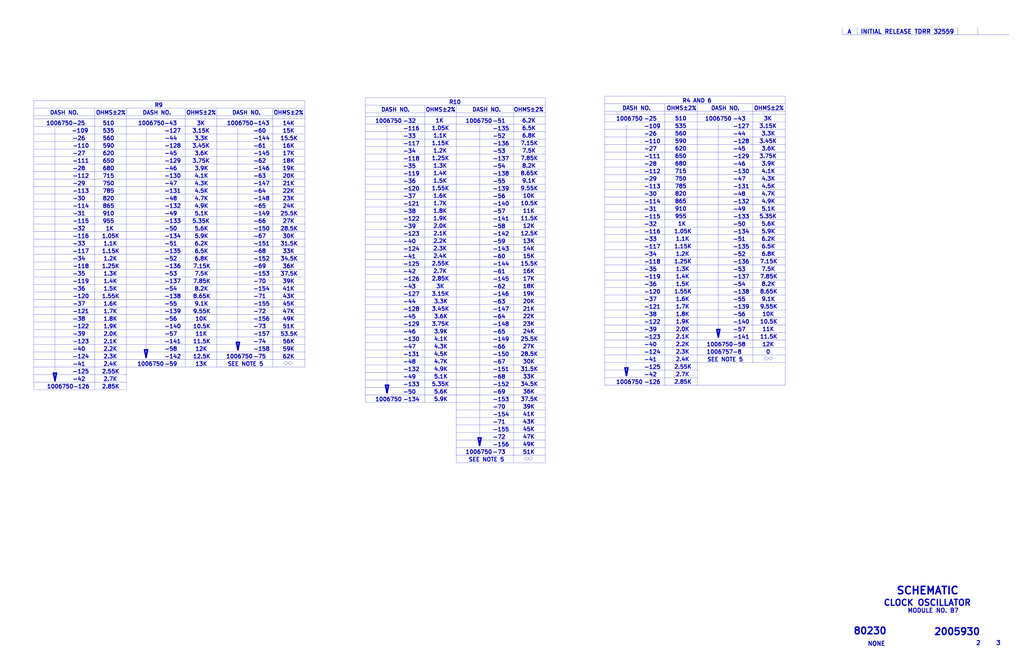
<source format=kicad_sch>
(kicad_sch (version 20211123) (generator eeschema)
  (paper "D")
  (polyline (pts (xy 28.575 106.68) (xy 257.175 106.68)) (stroke (width 0) (type solid)))
  (polyline (pts (xy 710.311 23.114) (xy 710.311 29.337)) (stroke (width 0) (type solid)))
  (polyline (pts (xy 509.905 172.72) (xy 662.305 172.72)) (stroke (width 0) (type solid)))
  (polyline (pts (xy 28.575 208.28) (xy 257.175 208.28)) (stroke (width 0) (type solid)))
  (polyline (pts (xy 307.975 123.825) (xy 459.74 123.825)) (stroke (width 0) (type solid)))
  (polyline (pts (xy 509.905 306.07) (xy 662.305 306.07)) (stroke (width 0) (type solid)))
  (polyline (pts (xy 662.305 325.12) (xy 662.305 81.28)) (stroke (width 0) (type solid)))
  (polyline (pts (xy 509.905 166.37) (xy 662.305 166.37)) (stroke (width 0) (type solid)))
  (polyline (pts (xy 509.905 274.32) (xy 662.305 274.32)) (stroke (width 0) (type solid)))
  (polyline (pts (xy 28.575 151.13) (xy 257.175 151.13)) (stroke (width 0) (type solid)))
  (polyline (pts (xy 604.52 278.13) (xy 607.06 278.13)) (stroke (width 1.27) (type solid)))
  (polyline (pts (xy 307.975 117.475) (xy 459.74 117.475)) (stroke (width 0) (type solid)))
  (polyline (pts (xy 307.975 320.675) (xy 459.74 320.675)) (stroke (width 0) (type solid)))
  (polyline (pts (xy 28.575 189.23) (xy 257.175 189.23)) (stroke (width 0) (type solid)))
  (polyline (pts (xy 28.575 163.83) (xy 257.175 163.83)) (stroke (width 0) (type solid)))
  (polyline (pts (xy 156.21 91.44) (xy 156.21 309.88)) (stroke (width 0) (type solid)))
  (polyline (pts (xy 384.81 365.125) (xy 459.74 365.125)) (stroke (width 0) (type solid)))
  (polyline (pts (xy 28.575 227.33) (xy 257.175 227.33)) (stroke (width 0) (type solid)))
  (polyline (pts (xy 307.975 82.55) (xy 307.975 339.725)) (stroke (width 0) (type solid)))
  (polyline (pts (xy 28.575 252.73) (xy 257.175 252.73)) (stroke (width 0) (type solid)))
  (polyline (pts (xy 509.905 318.77) (xy 588.01 318.77)) (stroke (width 0) (type solid)))
  (polyline (pts (xy 384.81 346.075) (xy 459.74 346.075)) (stroke (width 0) (type solid)))
  (polyline (pts (xy 509.905 109.22) (xy 662.305 109.22)) (stroke (width 0) (type solid)))
  (polyline (pts (xy 509.905 242.57) (xy 662.305 242.57)) (stroke (width 0) (type solid)))
  (polyline (pts (xy 509.905 191.77) (xy 662.305 191.77)) (stroke (width 0) (type solid)))
  (polyline (pts (xy 527.05 310.515) (xy 529.59 310.515)) (stroke (width 1.27) (type solid)))
  (polyline (pts (xy 28.575 278.13) (xy 257.175 278.13)) (stroke (width 0) (type solid)))
  (polyline (pts (xy 28.575 316.23) (xy 106.68 316.23)) (stroke (width 0) (type solid)))
  (polyline (pts (xy 28.575 176.53) (xy 257.175 176.53)) (stroke (width 0) (type solid)))
  (polyline (pts (xy 605.79 284.48) (xy 604.52 278.13)) (stroke (width 1.27) (type solid)))
  (polyline (pts (xy 28.575 144.78) (xy 257.175 144.78)) (stroke (width 0) (type solid)))
  (polyline (pts (xy 384.81 358.775) (xy 459.74 358.775)) (stroke (width 0) (type solid)))
  (polyline (pts (xy 123.19 301.625) (xy 121.92 295.275)) (stroke (width 1.27) (type solid)))
  (polyline (pts (xy 307.975 250.825) (xy 459.74 250.825)) (stroke (width 0) (type solid)))
  (polyline (pts (xy 509.905 223.52) (xy 662.305 223.52)) (stroke (width 0) (type solid)))
  (polyline (pts (xy 28.575 271.78) (xy 257.175 271.78)) (stroke (width 0) (type solid)))
  (polyline (pts (xy 28.575 303.53) (xy 257.175 303.53)) (stroke (width 0) (type solid)))
  (polyline (pts (xy 307.975 269.875) (xy 459.74 269.875)) (stroke (width 0) (type solid)))
  (polyline (pts (xy 307.975 263.525) (xy 459.74 263.525)) (stroke (width 0) (type solid)))
  (polyline (pts (xy 307.975 282.575) (xy 459.74 282.575)) (stroke (width 0) (type solid)))
  (polyline (pts (xy 307.975 238.125) (xy 459.74 238.125)) (stroke (width 0) (type solid)))
  (polyline (pts (xy 433.07 88.9) (xy 433.07 390.525)) (stroke (width 0) (type solid)))
  (polyline (pts (xy 635 87.63) (xy 635 306.07)) (stroke (width 0) (type solid)))
  (polyline (pts (xy 384.81 384.175) (xy 459.74 384.175)) (stroke (width 0) (type solid)))
  (polyline (pts (xy 403.225 369.57) (xy 405.765 369.57)) (stroke (width 1.27) (type solid)))
  (polyline (pts (xy 509.905 93.98) (xy 662.305 93.98)) (stroke (width 0) (type solid)))
  (polyline (pts (xy 28.575 322.58) (xy 106.68 322.58)) (stroke (width 0) (type solid)))
  (polyline (pts (xy 28.575 100.33) (xy 257.175 100.33)) (stroke (width 0) (type solid)))
  (polyline (pts (xy 850.9508 29.4386) (xy 710.3618 29.4386)) (stroke (width 0) (type solid)))
  (polyline (pts (xy 509.905 236.22) (xy 662.305 236.22)) (stroke (width 0) (type solid)))
  (polyline (pts (xy 28.575 297.18) (xy 257.175 297.18)) (stroke (width 0) (type solid)))
  (polyline (pts (xy 28.575 170.18) (xy 257.175 170.18)) (stroke (width 0) (type solid)))
  (polyline (pts (xy 404.495 375.92) (xy 403.225 369.57)) (stroke (width 1.27) (type solid)))
  (polyline (pts (xy 384.81 377.825) (xy 459.74 377.825)) (stroke (width 0) (type solid)))
  (polyline (pts (xy 28.575 85.09) (xy 28.575 328.93)) (stroke (width 0) (type solid)))
  (polyline (pts (xy 307.975 98.425) (xy 459.74 98.425)) (stroke (width 0) (type solid)))
  (polyline (pts (xy 123.19 107.95) (xy 123.19 301.625)) (stroke (width 0) (type solid)))
  (polyline (pts (xy 307.975 327.025) (xy 459.74 327.025)) (stroke (width 0) (type solid)))
  (polyline (pts (xy 459.74 82.55) (xy 459.74 390.525)) (stroke (width 0) (type solid)))
  (polyline (pts (xy 509.905 81.28) (xy 509.905 325.12)) (stroke (width 0) (type solid)))
  (polyline (pts (xy 200.66 295.275) (xy 199.39 288.925)) (stroke (width 1.27) (type solid)))
  (polyline (pts (xy 28.575 284.48) (xy 257.175 284.48)) (stroke (width 0) (type solid)))
  (polyline (pts (xy 723.011 23.114) (xy 723.011 29.337)) (stroke (width 0) (type solid)))
  (polyline (pts (xy 307.975 149.225) (xy 459.74 149.225)) (stroke (width 0) (type solid)))
  (polyline (pts (xy 28.575 132.08) (xy 257.175 132.08)) (stroke (width 0) (type solid)))
  (polyline (pts (xy 509.905 160.02) (xy 662.305 160.02)) (stroke (width 0) (type solid)))
  (polyline (pts (xy 28.575 97.79) (xy 257.175 97.79)) (stroke (width 0) (type solid)))
  (polyline (pts (xy 307.975 339.725) (xy 459.74 339.725)) (stroke (width 0) (type solid)))
  (polyline (pts (xy 28.575 246.38) (xy 257.175 246.38)) (stroke (width 0) (type solid)))
  (polyline (pts (xy 199.39 288.925) (xy 201.93 288.925)) (stroke (width 1.27) (type solid)))
  (polyline (pts (xy 307.975 295.275) (xy 459.74 295.275)) (stroke (width 0) (type solid)))
  (polyline (pts (xy 307.975 301.625) (xy 459.74 301.625)) (stroke (width 0) (type solid)))
  (polyline (pts (xy 528.32 105.41) (xy 528.32 316.865)) (stroke (width 0) (type solid)))
  (polyline (pts (xy 28.575 309.88) (xy 257.175 309.88)) (stroke (width 0) (type solid)))
  (polyline (pts (xy 509.905 255.27) (xy 662.305 255.27)) (stroke (width 0) (type solid)))
  (polyline (pts (xy 229.87 91.44) (xy 229.87 309.88)) (stroke (width 0) (type solid)))
  (polyline (pts (xy 307.975 257.175) (xy 459.74 257.175)) (stroke (width 0) (type solid)))
  (polyline (pts (xy 327.66 325.12) (xy 326.39 331.47)) (stroke (width 1.27) (type solid)))
  (polyline (pts (xy 45.085 314.96) (xy 47.625 314.96)) (stroke (width 1.27) (type solid)))
  (polyline (pts (xy 307.975 333.375) (xy 459.74 333.375)) (stroke (width 0) (type solid)))
  (polyline (pts (xy 307.975 231.775) (xy 459.74 231.775)) (stroke (width 0) (type solid)))
  (polyline (pts (xy 200.66 295.275) (xy 200.66 108.585)) (stroke (width 0) (type solid)))
  (polyline (pts (xy 307.975 187.325) (xy 459.74 187.325)) (stroke (width 0) (type solid)))
  (polyline (pts (xy 46.355 108.585) (xy 46.355 321.31)) (stroke (width 0) (type solid)))
  (polyline (pts (xy 509.905 179.07) (xy 662.305 179.07)) (stroke (width 0) (type solid)))
  (polyline (pts (xy 28.575 328.93) (xy 106.68 328.93)) (stroke (width 0) (type solid)))
  (polyline (pts (xy 28.575 157.48) (xy 257.175 157.48)) (stroke (width 0) (type solid)))
  (polyline (pts (xy 307.975 206.375) (xy 459.74 206.375)) (stroke (width 0) (type solid)))
  (polyline (pts (xy 307.975 168.275) (xy 459.74 168.275)) (stroke (width 0) (type solid)))
  (polyline (pts (xy 182.88 91.44) (xy 182.88 309.88)) (stroke (width 0) (type solid)))
  (polyline (pts (xy 47.625 314.96) (xy 46.355 321.31)) (stroke (width 1.27) (type solid)))
  (polyline (pts (xy 106.68 91.44) (xy 106.68 328.93)) (stroke (width 0) (type solid)))
  (polyline (pts (xy 201.93 288.925) (xy 200.66 295.275)) (stroke (width 1.27) (type solid)))
  (polyline (pts (xy 509.905 217.17) (xy 662.305 217.17)) (stroke (width 0) (type solid)))
  (polyline (pts (xy 121.92 295.275) (xy 124.46 295.275)) (stroke (width 1.27) (type solid)))
  (polyline (pts (xy 509.905 81.28) (xy 662.305 81.28)) (stroke (width 0) (type solid)))
  (polyline (pts (xy 80.01 91.44) (xy 80.01 328.93)) (stroke (width 0) (type solid)))
  (polyline (pts (xy 384.81 371.475) (xy 459.74 371.475)) (stroke (width 0) (type solid)))
  (polyline (pts (xy 509.905 121.92) (xy 662.305 121.92)) (stroke (width 0) (type solid)))
  (polyline (pts (xy 588.01 325.12) (xy 588.01 87.63)) (stroke (width 0) (type solid)))
  (polyline (pts (xy 28.575 119.38) (xy 257.175 119.38)) (stroke (width 0) (type solid)))
  (polyline (pts (xy 28.575 214.63) (xy 257.175 214.63)) (stroke (width 0) (type solid)))
  (polyline (pts (xy 28.575 220.98) (xy 257.175 220.98)) (stroke (width 0) (type solid)))
  (polyline (pts (xy 28.575 195.58) (xy 257.175 195.58)) (stroke (width 0) (type solid)))
  (polyline (pts (xy 307.975 225.425) (xy 459.74 225.425)) (stroke (width 0) (type solid)))
  (polyline (pts (xy 607.06 278.13) (xy 605.79 284.48)) (stroke (width 1.27) (type solid)))
  (polyline (pts (xy 824.611 23.114) (xy 824.611 29.337)) (stroke (width 0) (type solid)))
  (polyline (pts (xy 509.905 115.57) (xy 662.305 115.57)) (stroke (width 0) (type solid)))
  (polyline (pts (xy 28.575 182.88) (xy 257.175 182.88)) (stroke (width 0) (type solid)))
  (polyline (pts (xy 124.46 295.275) (xy 123.19 301.625)) (stroke (width 1.27) (type solid)))
  (polyline (pts (xy 509.905 153.67) (xy 662.305 153.67)) (stroke (width 0) (type solid)))
  (polyline (pts (xy 28.575 233.68) (xy 257.175 233.68)) (stroke (width 0) (type solid)))
  (polyline (pts (xy 509.905 185.42) (xy 662.305 185.42)) (stroke (width 0) (type solid)))
  (polyline (pts (xy 509.905 312.42) (xy 588.01 312.42)) (stroke (width 0) (type solid)))
  (polyline (pts (xy 307.975 200.025) (xy 459.74 200.025)) (stroke (width 0) (type solid)))
  (polyline (pts (xy 307.975 155.575) (xy 459.74 155.575)) (stroke (width 0) (type solid)))
  (polyline (pts (xy 28.575 290.83) (xy 257.175 290.83)) (stroke (width 0) (type solid)))
  (polyline (pts (xy 307.975 307.975) (xy 459.74 307.975)) (stroke (width 0) (type solid)))
  (polyline (pts (xy 384.81 88.9) (xy 384.81 390.525)) (stroke (width 0) (type solid)))
  (polyline (pts (xy 307.975 219.075) (xy 459.74 219.075)) (stroke (width 0) (type solid)))
  (polyline (pts (xy 404.495 375.92) (xy 404.495 106.68)) (stroke (width 0) (type solid)))
  (polyline (pts (xy 307.975 180.975) (xy 459.74 180.975)) (stroke (width 0) (type solid)))
  (polyline (pts (xy 28.575 125.73) (xy 257.175 125.73)) (stroke (width 0) (type solid)))
  (polyline (pts (xy 307.975 244.475) (xy 459.74 244.475)) (stroke (width 0) (type solid)))
  (polyline (pts (xy 509.905 280.67) (xy 662.305 280.67)) (stroke (width 0) (type solid)))
  (polyline (pts (xy 405.765 369.57) (xy 404.495 375.92)) (stroke (width 1.27) (type solid)))
  (polyline (pts (xy 509.905 87.63) (xy 662.305 87.63)) (stroke (width 0) (type solid)))
  (polyline (pts (xy 307.975 161.925) (xy 459.74 161.925)) (stroke (width 0) (type solid)))
  (polyline (pts (xy 509.905 96.52) (xy 662.305 96.52)) (stroke (width 0) (type solid)))
  (polyline (pts (xy 509.905 293.37) (xy 662.305 293.37)) (stroke (width 0) (type solid)))
  (polyline (pts (xy 358.14 88.9) (xy 358.14 339.725)) (stroke (width 0) (type solid)))
  (polyline (pts (xy 509.905 267.97) (xy 662.305 267.97)) (stroke (width 0) (type solid)))
  (polyline (pts (xy 605.79 285.115) (xy 605.79 104.775)) (stroke (width 0) (type solid)))
  (polyline (pts (xy 509.905 248.92) (xy 662.305 248.92)) (stroke (width 0) (type solid)))
  (polyline (pts (xy 509.905 261.62) (xy 662.305 261.62)) (stroke (width 0) (type solid)))
  (polyline (pts (xy 529.59 310.515) (xy 528.32 316.865)) (stroke (width 1.27) (type solid)))
  (polyline (pts (xy 28.575 201.93) (xy 257.175 201.93)) (stroke (width 0) (type solid)))
  (polyline (pts (xy 28.575 91.44) (xy 257.175 91.44)) (stroke (width 0) (type solid)))
  (polyline (pts (xy 560.705 87.63) (xy 560.705 325.12)) (stroke (width 0) (type solid)))
  (polyline (pts (xy 28.575 113.03) (xy 257.175 113.03)) (stroke (width 0) (type solid)))
  (polyline (pts (xy 257.175 85.09) (xy 257.175 309.88)) (stroke (width 0) (type solid)))
  (polyline (pts (xy 28.575 265.43) (xy 257.175 265.43)) (stroke (width 0) (type solid)))
  (polyline (pts (xy 509.905 147.32) (xy 662.305 147.32)) (stroke (width 0) (type solid)))
  (polyline (pts (xy 307.975 174.625) (xy 459.74 174.625)) (stroke (width 0) (type solid)))
  (polyline (pts (xy 307.975 314.325) (xy 459.74 314.325)) (stroke (width 0) (type solid)))
  (polyline (pts (xy 326.39 106.045) (xy 326.39 332.105)) (stroke (width 0) (type solid)))
  (polyline (pts (xy 307.975 288.925) (xy 459.74 288.925)) (stroke (width 0) (type solid)))
  (polyline (pts (xy 307.975 193.675) (xy 459.74 193.675)) (stroke (width 0) (type solid)))
  (polyline (pts (xy 509.905 140.97) (xy 662.305 140.97)) (stroke (width 0) (type solid)))
  (polyline (pts (xy 28.575 240.03) (xy 257.175 240.03)) (stroke (width 0) (type solid)))
  (polyline (pts (xy 509.905 134.62) (xy 662.305 134.62)) (stroke (width 0) (type solid)))
  (polyline (pts (xy 509.905 204.47) (xy 662.305 204.47)) (stroke (width 0) (type solid)))
  (polyline (pts (xy 509.905 102.87) (xy 662.305 102.87)) (stroke (width 0) (type solid)))
  (polyline (pts (xy 509.905 325.12) (xy 662.305 325.12)) (stroke (width 0) (type solid)))
  (polyline (pts (xy 384.81 390.525) (xy 459.74 390.525)) (stroke (width 0) (type solid)))
  (polyline (pts (xy 509.905 299.72) (xy 662.305 299.72)) (stroke (width 0) (type solid)))
  (polyline (pts (xy 46.355 321.31) (xy 45.085 314.96)) (stroke (width 1.27) (type solid)))
  (polyline (pts (xy 307.975 111.125) (xy 459.74 111.125)) (stroke (width 0) (type solid)))
  (polyline (pts (xy 307.975 82.55) (xy 459.74 82.55)) (stroke (width 0) (type solid)))
  (polyline (pts (xy 28.575 85.09) (xy 257.175 85.09)) (stroke (width 0) (type solid)))
  (polyline (pts (xy 509.905 229.87) (xy 662.305 229.87)) (stroke (width 0) (type solid)))
  (polyline (pts (xy 326.39 331.47) (xy 325.12 325.12)) (stroke (width 1.27) (type solid)))
  (polyline (pts (xy 384.81 352.425) (xy 459.74 352.425)) (stroke (width 0) (type solid)))
  (polyline (pts (xy 509.905 128.27) (xy 662.305 128.27)) (stroke (width 0) (type solid)))
  (polyline (pts (xy 307.975 142.875) (xy 459.74 142.875)) (stroke (width 0) (type solid)))
  (polyline (pts (xy 307.975 95.25) (xy 459.74 95.25)) (stroke (width 0) (type solid)))
  (polyline (pts (xy 28.575 259.08) (xy 257.175 259.08)) (stroke (width 0) (type solid)))
  (polyline (pts (xy 307.975 136.525) (xy 459.74 136.525)) (stroke (width 0) (type solid)))
  (polyline (pts (xy 307.975 104.775) (xy 459.74 104.775)) (stroke (width 0) (type solid)))
  (polyline (pts (xy 307.975 88.9) (xy 459.74 88.9)) (stroke (width 0) (type solid)))
  (polyline (pts (xy 325.12 325.12) (xy 327.66 325.12)) (stroke (width 1.27) (type solid)))
  (polyline (pts (xy 528.32 316.865) (xy 527.05 310.515)) (stroke (width 1.27) (type solid)))
  (polyline (pts (xy 307.975 276.225) (xy 459.74 276.225)) (stroke (width 0) (type solid)))
  (polyline (pts (xy 509.905 287.02) (xy 662.305 287.02)) (stroke (width 0) (type solid)))
  (polyline (pts (xy 307.975 212.725) (xy 459.74 212.725)) (stroke (width 0) (type solid)))
  (polyline (pts (xy 28.575 138.43) (xy 257.175 138.43)) (stroke (width 0) (type solid)))
  (polyline (pts (xy 509.905 198.12) (xy 662.305 198.12)) (stroke (width 0) (type solid)))
  (polyline (pts (xy 509.905 210.82) (xy 662.305 210.82)) (stroke (width 0) (type solid)))
  (polyline (pts (xy 307.975 130.175) (xy 459.74 130.175)) (stroke (width 0) (type solid)))
  (polyline (pts (xy 807.593 23.114) (xy 807.593 29.337)) (stroke (width 0) (type solid)))
  (text "-121" (at 339.725 173.99 0) (effects (font (size 3.302 3.302) (thickness 0.6604) bold) (justify left bottom)))
  (text "-35" (at 339.725 142.24 0) (effects (font (size 3.302 3.302) (thickness 0.6604) bold) (justify left bottom)))
  (text "3.9K" (at 641.985 140.1826 0) (effects (font (size 3.302 3.302) (thickness 0.6604) bold) (justify left bottom)))
  (text "-42" (at 60.96 321.945 0) (effects (font (size 3.302 3.302) (thickness 0.6604) bold) (justify left bottom)))
  (text "-40" (at 542.925 292.735 0) (effects (font (size 3.302 3.302) (thickness 0.6604) bold) (justify left bottom)))
  (text "2.0K" (at 569.595 279.8826 0) (effects (font (size 3.302 3.302) (thickness 0.6604) bold) (justify left bottom)))
  (text "3.9K" (at 365.76 281.7876 0) (effects (font (size 3.302 3.302) (thickness 0.6604) bold) (justify left bottom)))
  (text "-135" (at 617.855 210.185 0) (effects (font (size 3.302 3.302) (thickness 0.6604) bold) (justify left bottom)))
  (text "-113" (at 60.96 163.195 0) (effects (font (size 3.302 3.302) (thickness 0.6604) bold) (justify left bottom)))
  (text "-139" (at 617.855 260.985 0) (effects (font (size 3.302 3.302) (thickness 0.6604) bold) (justify left bottom)))
  (text "-31" (at 542.925 178.435 0) (effects (font (size 3.302 3.302) (thickness 0.6604) bold) (justify left bottom)))
  (text "-27" (at 542.925 127.635 0) (effects (font (size 3.302 3.302) (thickness 0.6604) bold) (justify left bottom)))
  (text "-138" (at 138.43 252.095 0) (effects (font (size 3.302 3.302) (thickness 0.6604) bold) (justify left bottom)))
  (text "1K" (at 571.5 190.9826 0) (effects (font (size 3.302 3.302) (thickness 0.6604) bold) (justify left bottom)))
  (text "1006750" (at 392.43 104.14 0) (effects (font (size 3.302 3.302) (thickness 0.6604) bold) (justify left bottom)))
  (text "80230" (at 719.455 535.94 0) (effects (font (size 5.715 5.715) (thickness 1.143) bold) (justify left bottom)))
  (text "-59" (at 415.29 205.74 0) (effects (font (size 3.302 3.302) (thickness 0.6604) bold) (justify left bottom)))
  (text "5.35K" (at 640.08 184.6326 0) (effects (font (size 3.302 3.302) (thickness 0.6604) bold) (justify left bottom)))
  (text "CLOCK OSCILLATOR" (at 744.855 511.81 0) (effects (font (size 5.08 5.08) (thickness 1.016) bold) (justify left bottom)))
  (text "-64" (at 213.36 163.195 0) (effects (font (size 3.302 3.302) (thickness 0.6604) bold) (justify left bottom)))
  (text "59K" (at 238.125 296.545 0) (effects (font (size 3.302 3.302) (thickness 0.6604) bold) (justify left bottom)))
  (text "-73" (at 213.36 277.495 0) (effects (font (size 3.302 3.302) (thickness 0.6604) bold) (justify left bottom)))
  (text "5.35K" (at 161.925 188.595 0) (effects (font (size 3.302 3.302) (thickness 0.6604) bold) (justify left bottom)))
  (text "-53" (at 617.855 229.235 0) (effects (font (size 3.302 3.302) (thickness 0.6604) bold) (justify left bottom)))
  (text "14K" (at 238.125 106.045 0) (effects (font (size 3.302 3.302) (thickness 0.6604) bold) (justify left bottom)))
  (text "-37" (at 60.96 258.445 0) (effects (font (size 3.302 3.302) (thickness 0.6604) bold) (justify left bottom)))
  (text "-41" (at 542.925 305.435 0) (effects (font (size 3.302 3.302) (thickness 0.6604) bold) (justify left bottom)))
  (text "1006750" (at 115.57 309.245 0) (effects (font (size 3.302 3.302) (thickness 0.6604) bold) (justify left bottom)))
  (text "3.9K" (at 163.83 144.145 0) (effects (font (size 3.302 3.302) (thickness 0.6604) bold) (justify left bottom)))
  (text "12K" (at 440.69 192.786 0) (effects (font (size 3.302 3.302) (thickness 0.6604) bold) (justify left bottom)))
  (text "2005930" (at 787.4 536.575 0) (effects (font (size 5.715 5.715) (thickness 1.143) bold) (justify left bottom)))
  (text "-43" (at 617.855 102.235 0) (effects (font (size 3.302 3.302) (thickness 0.6604) bold) (justify left bottom)))
  (text "7.15K" (at 162.56 226.695 0) (effects (font (size 3.302 3.302) (thickness 0.6604) bold) (justify left bottom)))
  (text "715" (at 568.96 146.5326 0) (effects (font (size 3.302 3.302) (thickness 0.6604) bold) (justify left bottom)))
  (text "590" (at 568.96 121.1326 0) (effects (font (size 3.302 3.302) (thickness 0.6604) bold) (justify left bottom)))
  (text "24K" (at 238.125 175.895 0) (effects (font (size 3.302 3.302) (thickness 0.6604) bold) (justify left bottom)))
  (text "-62" (at 213.36 137.795 0) (effects (font (size 3.302 3.302) (thickness 0.6604) bold) (justify left bottom)))
  (text "-119" (at 339.725 148.59 0) (effects (font (size 3.302 3.302) (thickness 0.6604) bold) (justify left bottom)))
  (text "5.9K" (at 163.83 201.295 0) (effects (font (size 3.302 3.302) (thickness 0.6604) bold) (justify left bottom)))
  (text "8.65K" (at 162.56 252.095 0) (effects (font (size 3.302 3.302) (thickness 0.6604) bold) (justify left bottom)))
  (text "4.9K" (at 365.76 313.5376 0) (effects (font (size 3.302 3.302) (thickness 0.6604) bold) (justify left bottom)))
  (text "-116" (at 60.96 201.295 0) (effects (font (size 3.302 3.302) (thickness 0.6604) bold) (justify left bottom)))
  (text "-143" (at 415.29 212.09 0) (effects (font (size 3.302 3.302) (thickness 0.6604) bold) (justify left bottom)))
  (text "25.5K" (at 438.785 288.1376 0) (effects (font (size 3.302 3.302) (thickness 0.6604) bold) (justify left bottom)))
  (text "-46" (at 617.855 140.335 0) (effects (font (size 3.302 3.302) (thickness 0.6604) bold) (justify left bottom)))
  (text "5.1K" (at 641.985 178.2826 0) (effects (font (size 3.302 3.302) (thickness 0.6604) bold) (justify left bottom)))
  (text "53.5K" (at 236.22 283.845 0) (effects (font (size 3.302 3.302) (thickness 0.6604) bold) (justify left bottom)))
  (text "-141" (at 415.29 186.69 0) (effects (font (size 3.302 3.302) (thickness 0.6604) bold) (justify left bottom)))
  (text "-35" (at 60.96 233.045 0) (effects (font (size 3.302 3.302) (thickness 0.6604) bold) (justify left bottom)))
  (text "7.5K" (at 163.83 233.045 0) (effects (font (size 3.302 3.302) (thickness 0.6604) bold) (justify left bottom)))
  (text "19K" (at 238.125 144.145 0) (effects (font (size 3.302 3.302) (thickness 0.6604) bold) (justify left bottom)))
  (text "24K" (at 440.69 281.7876 0) (effects (font (size 3.302 3.302) (thickness 0.6604) bold) (justify left bottom)))
  (text "-38" (at 542.925 267.335 0) (effects (font (size 3.302 3.302) (thickness 0.6604) bold) (justify left bottom)))
  (text "1.7K" (at 569.595 260.8326 0) (effects (font (size 3.302 3.302) (thickness 0.6604) bold) (justify left bottom)))
  (text "-111" (at 542.925 133.985 0) (effects (font (size 3.302 3.302) (thickness 0.6604) bold) (justify left bottom)))
  (text "-58" (at 415.29 193.04 0) (effects (font (size 3.302 3.302) (thickness 0.6604) bold) (justify left bottom)))
  (text "10.5K" (at 640.715 273.5326 0) (effects (font (size 3.302 3.302) (thickness 0.6604) bold) (justify left bottom)))
  (text "1.4K" (at 569.595 235.4326 0) (effects (font (size 3.302 3.302) (thickness 0.6604) bold) (justify left bottom)))
  (text "560" (at 86.36 118.745 0) (effects (font (size 3.302 3.302) (thickness 0.6604) bold) (justify left bottom)))
  (text "SEE NOTE 5" (at 394.97 389.89 0) (effects (font (size 3.302 3.302) (thickness 0.6604) bold) (justify left bottom)))
  (text "-149" (at 213.36 182.245 0) (effects (font (size 3.302 3.302) (thickness 0.6604) bold) (justify left bottom)))
  (text "910" (at 568.96 178.2826 0) (effects (font (size 3.302 3.302) (thickness 0.6604) bold) (justify left bottom)))
  (text "9.55K" (at 162.56 264.795 0) (effects (font (size 3.302 3.302) (thickness 0.6604) bold) (justify left bottom)))
  (text "-57" (at 138.43 283.845 0) (effects (font (size 3.302 3.302) (thickness 0.6604) bold) (justify left bottom)))
  (text "4.5K" (at 163.83 163.195 0) (effects (font (size 3.302 3.302) (thickness 0.6604) bold) (justify left bottom)))
  (text "-109" (at 60.325 112.395 0) (effects (font (size 3.302 3.302) (thickness 0.6604) bold) (justify left bottom)))
  (text "13K" (at 164.465 309.245 0) (effects (font (size 3.302 3.302) (thickness 0.6604) bold) (justify left bottom)))
  (text "5.6K" (at 365.76 332.5876 0) (effects (font (size 3.302 3.302) (thickness 0.6604) bold) (justify left bottom)))
  (text "10K" (at 440.69 167.386 0) (effects (font (size 3.302 3.302) (thickness 0.6604) bold) (justify left bottom)))
  (text "1.1K" (at 86.995 207.645 0) (effects (font (size 3.302 3.302) (thickness 0.6604) bold) (justify left bottom)))
  (text "-126" (at 339.725 237.49 0) (effects (font (size 3.302 3.302) (thickness 0.6604) bold) (justify left bottom)))
  (text "23K" (at 440.69 275.4376 0) (effects (font (size 3.302 3.302) (thickness 0.6604) bold) (justify left bottom)))
  (text "R10" (at 378.46 88.265 0) (effects (font (size 3.302 3.302) (thickness 0.6604) bold) (justify left bottom)))
  (text "15.5K" (at 438.785 224.6376 0) (effects (font (size 3.302 3.302) (thickness 0.6604) bold) (justify left bottom)))
  (text "-65" (at 213.36 175.895 0) (effects (font (size 3.302 3.302) (thickness 0.6604) bold) (justify left bottom)))
  (text "5.9K" (at 641.985 197.3326 0) (effects (font (size 3.302 3.302) (thickness 0.6604) bold) (justify left bottom)))
  (text "3.45K" (at 161.925 125.095 0) (effects (font (size 3.302 3.302) (thickness 0.6604) bold) (justify left bottom)))
  (text "10K" (at 164.465 271.145 0) (effects (font (size 3.302 3.302) (thickness 0.6604) bold) (justify left bottom)))
  (text "31.5K" (at 236.22 207.645 0) (effects (font (size 3.302 3.302) (thickness 0.6604) bold) (justify left bottom)))
  (text "1.2K" (at 569.595 216.3826 0) (effects (font (size 3.302 3.302) (thickness 0.6604) bold) (justify left bottom)))
  (text "-125" (at 542.925 311.785 0) (effects (font (size 3.302 3.302) (thickness 0.6604) bold) (justify left bottom)))
  (text "2.1K" (at 365.125 199.136 0) (effects (font (size 3.302 3.302) (thickness 0.6604) bold) (justify left bottom)))
  (text "1006750-25" (at 38.735 106.045 0) (effects (font (size 3.302 3.302) (thickness 0.6604) bold) (justify left bottom)))
  (text "45K" (at 440.69 364.3376 0) (effects (font (size 3.302 3.302) (thickness 0.6604) bold) (justify left bottom)))
  (text "1.15K" (at 568.325 210.0326 0) (effects (font (size 3.302 3.302) (thickness 0.6604) bold) (justify left bottom)))
  (text "-63" (at 415.29 256.54 0) (effects (font (size 3.302 3.302) (thickness 0.6604) bold) (justify left bottom)))
  (text "-153" (at 213.36 233.045 0) (effects (font (size 3.302 3.302) (thickness 0.6604) bold) (justify left bottom)))
  (text "-72" (at 415.29 370.84 0) (effects (font (size 3.302 3.302) (thickness 0.6604) bold) (justify left bottom)))
  (text "-146" (at 415.29 250.19 0) (effects (font (size 3.302 3.302) (thickness 0.6604) bold) (justify left bottom)))
  (text "-149" (at 415.29 288.29 0) (effects (font (size 3.302 3.302) (thickness 0.6604) bold) (justify left bottom)))
  (text "-44" (at 339.725 256.54 0) (effects (font (size 3.302 3.302) (thickness 0.6604) bold) (justify left bottom)))
  (text "4.9K" (at 163.83 175.895 0) (effects (font (size 3.302 3.302) (thickness 0.6604) bold) (justify left bottom)))
  (text "33K" (at 238.125 213.995 0) (effects (font (size 3.302 3.302) (thickness 0.6604) bold) (justify left bottom)))
  (text "-43" (at 339.725 243.84 0) (effects (font (size 3.302 3.302) (thickness 0.6604) bold) (justify left bottom)))
  (text "-136" (at 617.855 222.885 0) (effects (font (size 3.302 3.302) (thickness 0.6604) bold) (justify left bottom)))
  (text "-58" (at 617.855 292.735 0) (effects (font (size 3.302 3.302) (thickness 0.6604) bold) (justify left bottom)))
  (text "2     3" (at 822.96 544.83 0) (effects (font (size 3.556 3.556) (thickness 0.7112) bold) (justify left bottom)))
  (text "39K" (at 238.125 239.395 0) (effects (font (size 3.302 3.302) (thickness 0.6604) bold) (justify left bottom)))
  (text "41K" (at 238.125 245.745 0) (effects (font (size 3.302 3.302) (thickness 0.6604) bold) (justify left bottom)))
  (text "-26" (at 542.925 114.935 0) (effects (font (size 3.302 3.302) (thickness 0.6604) bold) (justify left bottom)))
  (text "-61" (at 213.36 125.095 0) (effects (font (size 3.302 3.302) (thickness 0.6604) bold) (justify left bottom)))
  (text "1.2K" (at 86.995 220.345 0) (effects (font (size 3.302 3.302) (thickness 0.6604) bold) (justify left bottom)))
  (text "62K" (at 238.125 302.895 0) (effects (font (size 3.302 3.302) (thickness 0.6604) bold) (justify left bottom)))
  (text "1.15K" (at 85.725 213.995 0) (effects (font (size 3.302 3.302) (thickness 0.6604) bold) (justify left bottom)))
  (text "3.45K" (at 640.08 121.1326 0) (effects (font (size 3.302 3.302) (thickness 0.6604) bold) (justify left bottom)))
  (text "2.2K" (at 569.595 292.5826 0) (effects (font (size 3.302 3.302) (thickness 0.6604) bold) (justify left bottom)))
  (text "-50" (at 617.855 191.135 0) (effects (font (size 3.302 3.302) (thickness 0.6604) bold) (justify left bottom)))
  (text "620" (at 568.96 127.4826 0) (effects (font (size 3.302 3.302) (thickness 0.6604) bold) (justify left bottom)))
  (text "2.85K" (at 85.725 328.295 0) (effects (font (size 3.302 3.302) (thickness 0.6604) bold) (justify left bottom)))
  (text "-40" (at 60.96 296.545 0) (effects (font (size 3.302 3.302) (thickness 0.6604) bold) (justify left bottom)))
  (text "-63" (at 213.36 150.495 0) (effects (font (size 3.302 3.302) (thickness 0.6604) bold) (justify left bottom)))
  (text "-127" (at 617.855 108.585 0) (effects (font (size 3.302 3.302) (thickness 0.6604) bold) (justify left bottom)))
  (text "-122" (at 60.96 277.495 0) (effects (font (size 3.302 3.302) (thickness 0.6604) bold) (justify left bottom)))
  (text "865" (at 86.36 175.895 0) (effects (font (size 3.302 3.302) (thickness 0.6604) bold) (justify left bottom)))
  (text "-137" (at 617.855 235.585 0) (effects (font (size 3.302 3.302) (thickness 0.6604) bold) (justify left bottom)))
  (text "-52" (at 415.29 116.84 0) (effects (font (size 3.302 3.302) (thickness 0.6604) bold) (justify left bottom)))
  (text "-121" (at 60.96 264.795 0) (effects (font (size 3.302 3.302) (thickness 0.6604) bold) (justify left bottom)))
  (text "-137" (at 138.43 239.395 0) (effects (font (size 3.302 3.302) (thickness 0.6604) bold) (justify left bottom)))
  (text "-125" (at 339.725 224.79 0) (effects (font (size 3.302 3.302) (thickness 0.6604) bold) (justify left bottom)))
  (text "SEE NOTE 5" (at 191.77 309.245 0) (effects (font (size 3.302 3.302) (thickness 0.6604) bold) (justify left bottom)))
  (text "OHMS±2%" (at 635.635 93.345 0) (effects (font (size 3.302 3.302) (thickness 0.6604) bold) (justify left bottom)))
  (text "7.5K" (at 440.055 129.286 0) (effects (font (size 3.302 3.302) (thickness 0.6604) bold) (justify left bottom)))
  (text "2.0K" (at 86.995 283.845 0) (effects (font (size 3.302 3.302) (thickness 0.6604) bold) (justify left bottom)))
  (text "1.25K" (at 85.725 226.695 0) (effects (font (size 3.302 3.302) (thickness 0.6604) bold) (justify left bottom)))
  (text "1K" (at 88.9 194.945 0) (effects (font (size 3.302 3.302) (thickness 0.6604) bold) (justify left bottom)))
  (text "-121" (at 542.925 260.985 0) (effects (font (size 3.302 3.302) (thickness 0.6604) bold) (justify left bottom)))
  (text "7.85K" (at 640.715 235.4326 0) (effects (font (size 3.302 3.302) (thickness 0.6604) bold) (justify left bottom)))
  (text "1.7K" (at 86.995 264.795 0) (effects (font (size 3.302 3.302) (thickness 0.6604) bold) (justify left bottom)))
  (text "10K" (at 642.62 267.1826 0) (effects (font (size 3.302 3.302) (thickness 0.6604) bold) (justify left bottom)))
  (text "-131" (at 138.43 163.195 0) (effects (font (size 3.302 3.302) (thickness 0.6604) bold) (justify left bottom)))
  (text "4.3K" (at 365.76 294.4876 0) (effects (font (size 3.302 3.302) (thickness 0.6604) bold) (justify left bottom)))
  (text "-36" (at 60.96 245.745 0) (effects (font (size 3.302 3.302) (thickness 0.6604) bold) (justify left bottom)))
  (text "-115" (at 60.96 188.595 0) (effects (font (size 3.302 3.302) (thickness 0.6604) bold) (justify left bottom)))
  (text "-28" (at 542.925 140.335 0) (effects (font (size 3.302 3.302) (thickness 0.6604) bold) (justify left bottom)))
  (text "-114" (at 542.925 172.085 0) (effects (font (size 3.302 3.302) (thickness 0.6604) bold) (justify left bottom)))
  (text "45K" (at 238.125 258.445 0) (effects (font (size 3.302 3.302) (thickness 0.6604) bold) (justify left bottom)))
  (text "-30" (at 60.96 169.545 0) (effects (font (size 3.302 3.302) (thickness 0.6604) bold) (justify left bottom)))
  (text "535" (at 568.96 108.4326 0) (effects (font (size 3.302 3.302) (thickness 0.6604) bold) (justify left bottom)))
  (text "-123" (at 60.96 290.195 0) (effects (font (size 3.302 3.302) (thickness 0.6604) bold) (justify left bottom)))
  (text "MODULE NO. B7" (at 765.175 517.525 0) (effects (font (size 3.556 3.556) (thickness 0.7112) bold) (justify left bottom)))
  (text "-110" (at 60.96 125.095 0) (effects (font (size 3.302 3.302) (thickness 0.6604) bold) (justify left bottom)))
  (text "-67" (at 415.29 307.34 0) (effects (font (size 3.302 3.302) (thickness 0.6604) bold) (justify left bottom)))
  (text "-32" (at 339.725 104.14 0) (effects (font (size 3.302 3.302) (thickness 0.6604) bold) (justify left bottom)))
  (text "20K" (at 238.125 150.495 0) (effects (font (size 3.302 3.302) (thickness 0.6604) bold) (justify left bottom)))
  (text "1006750" (at 595.63 292.735 0) (effects (font (size 3.302 3.302) (thickness 0.6604) bold) (justify left bottom)))
  (text "7.15K" (at 438.785 122.936 0) (effects (font (size 3.302 3.302) (thickness 0.6604) bold) (justify left bottom)))
  (text "4.1K" (at 641.985 146.5326 0) (effects (font (size 3.302 3.302) (thickness 0.6604) bold) (justify left bottom)))
  (text "1.7K" (at 365.125 173.736 0) (effects (font (size 3.302 3.302) (thickness 0.6604) bold) (justify left bottom)))
  (text "-138" (at 617.855 248.285 0) (effects (font (size 3.302 3.302) (thickness 0.6604) bold) (justify left bottom)))
  (text "-55" (at 138.43 258.445 0) (effects (font (size 3.302 3.302) (thickness 0.6604) bold) (justify left bottom)))
  (text "-45" (at 339.725 269.24 0) (effects (font (size 3.302 3.302) (thickness 0.6604) bold) (justify left bottom)))
  (text "1006750" (at 519.43 324.485 0) (effects (font (size 3.302 3.302) (thickness 0.6604) bold) (justify left bottom)))
  (text "36K" (at 238.125 226.695 0) (effects (font (size 3.302 3.302) (thickness 0.6604) bold) (justify left bottom)))
  (text "-124" (at 60.96 302.895 0) (effects (font (size 3.302 3.302) (thickness 0.6604) bold) (justify left bottom)))
  (text "1.5K" (at 365.125 154.686 0) (effects (font (size 3.302 3.302) (thickness 0.6604) bold) (justify left bottom)))
  (text "-113" (at 542.925 159.385 0) (effects (font (size 3.302 3.302) (thickness 0.6604) bold) (justify left bottom)))
  (text "785" (at 86.36 163.195 0) (effects (font (size 3.302 3.302) (thickness 0.6604) bold) (justify left bottom)))
  (text "-46" (at 138.43 144.145 0) (effects (font (size 3.302 3.302) (thickness 0.6604) bold) (justify left bottom)))
  (text "-128" (at 617.855 121.285 0) (effects (font (size 3.302 3.302) (thickness 0.6604) bold) (justify left bottom)))
  (text "1.9K" (at 569.595 273.5326 0) (effects (font (size 3.302 3.302) (thickness 0.6604) bold) (justify left bottom)))
  (text "∞" (at 641.6802 307.8988 0) (effects (font (size 10.16 10.16)) (justify left bottom)))
  (text "-42" (at 339.725 231.14 0) (effects (font (size 3.302 3.302) (thickness 0.6604) bold) (justify left bottom)))
  (text "21K" (at 238.125 156.845 0) (effects (font (size 3.302 3.302) (thickness 0.6604) bold) (justify left bottom)))
  (text "1.55K" (at 85.725 252.095 0) (effects (font (size 3.302 3.302) (thickness 0.6604) bold) (justify left bottom)))
  (text "43K" (at 440.69 357.9876 0) (effects (font (size 3.302 3.302) (thickness 0.6604) bold) (justify left bottom)))
  (text "8.65K" (at 438.785 148.336 0) (effects (font (size 3.302 3.302) (thickness 0.6604) bold) (justify left bottom)))
  (text "-135" (at 138.43 213.995 0) (effects (font (size 3.302 3.302) (thickness 0.6604) bold) (justify left bottom)))
  (text "3.3K" (at 641.985 114.7826 0) (effects (font (size 3.302 3.302) (thickness 0.6604) bold) (justify left bottom)))
  (text "-118" (at 339.725 135.89 0) (effects (font (size 3.302 3.302) (thickness 0.6604) bold) (justify left bottom)))
  (text "OHMS±2%" (at 433.07 94.615 0) (effects (font (size 3.302 3.302) (thickness 0.6604) bold) (justify left bottom)))
  (text "16K" (at 238.125 125.095 0) (effects (font (size 3.302 3.302) (thickness 0.6604) bold) (justify left bottom)))
  (text "13K" (at 440.69 205.486 0) (effects (font (size 3.302 3.302) (thickness 0.6604) bold) (justify left bottom)))
  (text "47K" (at 440.69 370.6876 0) (effects (font (size 3.302 3.302) (thickness 0.6604) bold) (justify left bottom)))
  (text "37.5K" (at 236.22 233.045 0) (effects (font (size 3.302 3.302) (thickness 0.6604) bold) (justify left bottom)))
  (text "3.15K" (at 363.855 250.0376 0) (effects (font (size 3.302 3.302) (thickness 0.6604) bold) (justify left bottom)))
  (text "-150" (at 213.36 194.945 0) (effects (font (size 3.302 3.302) (thickness 0.6604) bold) (justify left bottom)))
  (text "3.75K" (at 161.925 137.795 0) (effects (font (size 3.302 3.302) (thickness 0.6604) bold) (justify left bottom)))
  (text "-125" (at 60.96 315.595 0) (effects (font (size 3.302 3.302) (thickness 0.6604) bold) (justify left bottom)))
  (text "0" (at 645.795 299.085 0) (effects (font (size 3.302 3.302) (thickness 0.6604) bold) (justify left bottom)))
  (text "-126" (at 542.925 324.485 0) (effects (font (size 3.302 3.302) (thickness 0.6604) bold) (justify left bottom)))
  (text "1.8K" (at 365.125 180.086 0) (effects (font (size 3.302 3.302) (thickness 0.6604) bold) (justify left bottom)))
  (text "-56" (at 415.29 167.64 0) (effects (font (size 3.302 3.302) (thickness 0.6604) bold) (justify left bottom)))
  (text "SCHEMATIC" (at 755.65 502.285 0) (effects (font (size 6.35 6.35) (thickness 1.27) bold) (justify left bottom)))
  (text "19K" (at 440.69 250.0376 0) (effects (font (size 3.302 3.302) (thickness 0.6604) bold) (justify left bottom)))
  (text "-68" (at 415.29 320.04 0) (effects (font (size 3.302 3.302) (thickness 0.6604) bold) (justify left bottom)))
  (text "5.6K" (at 641.985 190.9826 0) (effects (font (size 3.302 3.302) (thickness 0.6604) bold) (justify left bottom)))
  (text "5.6K" (at 163.83 194.945 0) (effects (font (size 3.302 3.302) (thickness 0.6604) bold) (justify left bottom)))
  (text "680" (at 86.36 144.145 0) (effects (font (size 3.302 3.302) (thickness 0.6604) bold) (justify left bottom)))
  (text "10.5K" (at 438.785 173.736 0) (effects (font (size 3.302 3.302) (thickness 0.6604) bold) (justify left bottom)))
  (text "1K" (at 367.03 103.886 0) (effects (font (size 3.302 3.302) (thickness 0.6604) bold) (justify left bottom)))
  (text "DASH NO." (at 599.44 93.345 0) (effects (font (size 3.302 3.302) (thickness 0.6604) bold) (justify left bottom)))
  (text "DASH NO." (at 195.58 97.155 0) (effects (font (size 3.302 3.302) (thickness 0.6604) bold) (justify left bottom)))
  (text "-72" (at 213.36 264.795 0) (effects (font (size 3.302 3.302) (thickness 0.6604) bold) (justify left bottom)))
  (text "-109" (at 542.925 108.585 0) (effects (font (size 3.302 3.302) (thickness 0.6604) bold) (justify left bottom)))
  (text "-49" (at 339.725 320.04 0) (effects (font (size 3.302 3.302) (thickness 0.6604) bold) (justify left bottom)))
  (text "-60" (at 213.36 112.395 0) (effects (font (size 3.302 3.302) (thickness 0.6604) bold) (justify left bottom)))
  (text "17K" (at 440.69 237.3376 0) (effects (font (size 3.302 3.302) (thickness 0.6604) bold) (justify left bottom)))
  (text "39K" (at 440.69 345.2876 0) (effects (font (size 3.302 3.302) (thickness 0.6604) bold) (justify left bottom)))
  (text "-71" (at 213.36 252.095 0) (effects (font (size 3.302 3.302) (thickness 0.6604) bold) (justify left bottom)))
  (text "-134" (at 617.855 197.485 0) (effects (font (size 3.302 3.302) (thickness 0.6604) bold) (justify left bottom)))
  (text "1.3K" (at 86.995 233.045 0) (effects (font (size 3.302 3.302) (thickness 0.6604) bold) (justify left bottom)))
  (text "30K" (at 440.69 307.1876 0) (effects (font (size 3.302 3.302) (thickness 0.6604) bold) (justify left bottom)))
  (text "-147" (at 415.29 262.89 0) (effects (font (size 3.302 3.302) (thickness 0.6604) bold) (justify left bottom)))
  (text "DASH NO." (at 524.51 93.345 0) (effects (font (size 3.302 3.302) (thickness 0.6604) bold) (justify left bottom)))
  (text "-34" (at 542.925 216.535 0) (effects (font (size 3.302 3.302) (thickness 0.6604) bold) (justify left bottom)))
  (text "-70" (at 415.29 345.44 0) (effects (font (size 3.302 3.302) (thickness 0.6604) bold) (justify left bottom)))
  (text "3.75K" (at 640.08 133.8326 0) (effects (font (size 3.302 3.302) (thickness 0.6604) bold) (justify left bottom)))
  (text "-41" (at 339.725 218.44 0) (effects (font (size 3.302 3.302) (thickness 0.6604) bold) (justify left bottom)))
  (text "-140" (at 138.43 277.495 0) (effects (font (size 3.302 3.302) (thickness 0.6604) bold) (justify left bottom)))
  (text "-153" (at 415.29 339.09 0) (effects (font (size 3.302 3.302) (thickness 0.6604) bold) (justify left bottom)))
  (text "17K" (at 238.125 131.445 0) (effects (font (size 3.302 3.302) (thickness 0.6604) bold) (justify left bottom)))
  (text "-69" (at 213.36 226.695 0) (effects (font (size 3.302 3.302) (thickness 0.6604) bold) (justify left bottom)))
  (text "-134" (at 339.725 339.09 0) (effects (font (size 3.302 3.302) (thickness 0.6604) bold) (justify left bottom)))
  (text "-112" (at 60.96 150.495 0) (effects (font (size 3.302 3.302) (thickness 0.6604) bold) (justify left bottom)))
  (text "-119" (at 60.96 239.395 0) (effects (font (size 3.302 3.302) (thickness 0.6604) bold) (justify left bottom)))
  (text "6.2K" (at 440.055 103.886 0) (effects (font (size 3.302 3.302) (thickness 0.6604) bold) (justify left bottom)))
  (text "∞" (at 439.42 392.43 0) (effects (font (size 10.16 10.16)) (justify left bottom)))
  (text "-158" (at 213.36 296.545 0) (effects (font (size 3.302 3.302) (thickness 0.6604) bold) (justify left bottom)))
  (text "-52" (at 617.855 216.535 0) (effects (font (size 3.302 3.302) (thickness 0.6604) bold) (justify left bottom)))
  (text "-133" (at 138.43 188.595 0) (effects (font (size 3.302 3.302) (thickness 0.6604) bold) (justify left bottom)))
  (text "37.5K" (at 438.785 338.9376 0) (effects (font (size 3.302 3.302) (thickness 0.6604) bold) (justify left bottom)))
  (text "31.5K" (at 438.785 313.5376 0) (effects (font (size 3.302 3.302) (thickness 0.6604) bold) (justify left bottom)))
  (text "-156" (at 415.29 377.19 0) (effects (font (size 3.302 3.302) (thickness 0.6604) bold) (justify left bottom)))
  (text "-123" (at 542.925 286.385 0) (effects (font (size 3.302 3.302) (thickness 0.6604) bold) (justify left bottom)))
  (text "DASH NO." (at 398.145 94.615 0) (effects (font (size 3.302 3.302) (thickness 0.6604) bold) (justify left bottom)))
  (text "1.8K" (at 86.995 271.145 0) (effects (font (size 3.302 3.302) (thickness 0.6604) bold) (justify left bottom)))
  (text "DASH NO." (at 321.31 94.615 0) (effects (font (size 3.302 3.302) (thickness 0.6604) bold) (justify left bottom)))
  (text "10.5K" (at 162.56 277.495 0) (effects (font (size 3.302 3.302) (thickness 0.6604) bold) (justify left bottom)))
  (text "-47" (at 339.725 294.64 0) (effects (font (size 3.302 3.302) (thickness 0.6604) bold) (justify left bottom)))
  (text "6.5K" (at 641.985 210.0326 0) (effects (font (size 3.302 3.302) (thickness 0.6604) bold) (justify left bottom)))
  (text "-26" (at 60.96 118.745 0) (effects (font (size 3.302 3.302) (thickness 0.6604) bold) (justify left bottom)))
  (text "-130" (at 617.855 146.685 0) (effects (font (size 3.302 3.302) (thickness 0.6604) bold) (justify left bottom)))
  (text "-38" (at 339.725 180.34 0) (effects (font (size 3.302 3.302) (thickness 0.6604) bold) (justify left bottom)))
  (text "-52" (at 138.43 220.345 0) (effects (font (size 3.302 3.302) (thickness 0.6604) bold) (justify left bottom)))
  (text "-30" (at 542.925 165.735 0) (effects (font (size 3.302 3.302) (thickness 0.6604) bold) (justify left bottom)))
  (text "-128" (at 138.43 125.095 0) (effects (font (size 3.302 3.302) (thickness 0.6604) bold) (justify left bottom)))
  (text "4.3K" (at 163.83 156.845 0) (effects (font (size 3.302 3.302) (thickness 0.6604) bold) (justify left bottom)))
  (text "650" (at 568.96 133.8326 0) (effects (font (size 3.302 3.302) (thickness 0.6604) bold) (justify left bottom)))
  (text "-154" (at 213.36 245.745 0) (effects (font (size 3.302 3.302) (thickness 0.6604) bold) (justify left bottom)))
  (text "-68" (at 213.36 213.995 0) (effects (font (size 3.302 3.302) (thickness 0.6604) bold) (justify left bottom)))
  (text "30K" (at 238.125 201.295 0) (effects (font (size 3.302 3.302) (thickness 0.6604) bold) (justify left bottom)))
  (text "12.5K" (at 438.785 199.136 0) (effects (font (size 3.302 3.302) (thickness 0.6604) bold) (justify left bottom)))
  (text "43K" (at 238.125 252.095 0) (effects (font (size 3.302 3.302) (thickness 0.6604) bold) (justify left bottom)))
  (text "-34" (at 60.96 220.345 0) (effects (font (size 3.302 3.302) (thickness 0.6604) bold) (justify left bottom)))
  (text "-31" (at 60.96 182.245 0) (effects (font (size 3.302 3.302) (thickness 0.6604) bold) (justify left bottom)))
  (text "11.5K" (at 640.715 286.2326 0) (effects (font (size 3.302 3.302) (thickness 0.6604) bold) (justify left bottom)))
  (text "-51" (at 138.43 207.645 0) (effects (font (size 3.302 3.302) (thickness 0.6604) bold) (justify left bottom)))
  (text "1006750" (at 519.43 102.235 0) (effects (font (size 3.302 3.302) (thickness 0.6604) bold) (justify left bottom)))
  (text "-33" (at 542.925 203.835 0) (effects (font (size 3.302 3.302) (thickness 0.6604) bold) (justify left bottom)))
  (text "-38" (at 60.96 271.145 0) (effects (font (size 3.302 3.302) (thickness 0.6604) bold) (justify left bottom)))
  (text "-60" (at 415.29 218.44 0) (effects (font (size 3.302 3.302) (thickness 0.6604) bold) (justify left bottom)))
  (text "27K" (at 238.125 188.595 0) (effects (font (size 3.302 3.302) (thickness 0.6604) bold) (justify left bottom)))
  (text "-114" (at 60.96 175.895 0) (effects (font (size 3.302 3.302) (thickness 0.6604) bold) (justify left bottom)))
  (text "4.9K" (at 641.985 171.9326 0) (effects (font (size 3.302 3.302) (thickness 0.6604) bold) (justify left bottom)))
  (text "OHMS±2%" (at 156.845 97.155 0) (effects (font (size 3.302 3.302) (thickness 0.6604) bold) (justify left bottom)))
  (text "2.85K" (at 568.325 324.3326 0) (effects (font (size 3.302 3.302) (thickness 0.6604) bold) (justify left bottom)))
  (text "-120" (at 60.96 252.095 0) (effects (font (size 3.302 3.302) (thickness 0.6604) bold) (justify left bottom)))
  (text "535" (at 86.36 112.395 0) (effects (font (size 3.302 3.302) (thickness 0.6604) bold) (justify left bottom)))
  (text "-145" (at 415.29 237.49 0) (effects (font (size 3.302 3.302) (thickness 0.6604) bold) (justify left bottom)))
  (text "865" (at 568.96 171.9326 0) (effects (font (size 3.302 3.302) (thickness 0.6604) bold) (justify left bottom)))
  (text "14K" (at 440.69 211.9376 0) (effects (font (size 3.302 3.302) (thickness 0.6604) bold) (justify left bottom)))
  (text "650" (at 86.36 137.795 0) (effects (font (size 3.302 3.302) (thickness 0.6604) bold) (justify left bottom)))
  (text "12K" (at 164.465 296.545 0) (effects (font (size 3.302 3.302) (thickness 0.6604) bold) (justify left bottom)))
  (text "22K" (at 440.69 269.0876 0) (effects (font (size 3.302 3.302) (thickness 0.6604) bold) (justify left bottom)))
  (text "-57" (at 617.855 280.035 0) (effects (font (size 3.302 3.302) (thickness 0.6604) bold) (justify left bottom)))
  (text "-122" (at 339.725 186.69 0) (effects (font (size 3.302 3.302) (thickness 0.6604) bold) (justify left bottom)))
  (text "-73" (at 415.29 383.54 0) (effects (font (size 3.302 3.302) (thickness 0.6604) bold) (justify left bottom)))
  (text "9.55K" (at 438.785 161.036 0) (effects (font (size 3.302 3.302) (thickness 0.6604) bold) (justify left bottom)))
  (text "1.8K" (at 569.595 267.1826 0) (effects (font (size 3.302 3.302) (thickness 0.6604) bold) (justify left bottom)))
  (text "-127" (at 138.43 112.395 0) (effects (font (size 3.302 3.302) (thickness 0.6604) bold) (justify left bottom)))
  (text "-155" (at 213.36 258.445 0) (effects (font (size 3.302 3.302) (thickness 0.6604) bold) (justify left bottom)))
  (text "1.3K" (at 365.125 141.986 0) (effects (font (size 3.302 3.302) (thickness 0.6604) bold) (justify left bottom)))
  (text "-155" (at 415.29 364.49 0) (effects (font (size 3.302 3.302) (thickness 0.6604) bold) (justify left bottom)))
  (text "1.6K" (at 86.995 258.445 0) (effects (font (size 3.302 3.302) (thickness 0.6604) bold) (justify left bottom)))
  (text "1.05K" (at 363.855 110.236 0) (effects (font (size 3.302 3.302) (thickness 0.6604) bold) (justify left bottom)))
  (text "1.55K" (at 568.325 248.1326 0) (effects (font (size 3.302 3.302) (thickness 0.6604) bold) (justify left bottom)))
  (text "-49" (at 138.43 182.245 0) (effects (font (size 3.302 3.302) (thickness 0.6604) bold) (justify left bottom)))
  (text "-131" (at 339.725 300.99 0) (effects (font (size 3.302 3.302) (thickness 0.6604) bold) (justify left bottom)))
  (text "-54" (at 415.29 142.24 0) (effects (font (size 3.302 3.302) (thickness 0.6604) bold) (justify left bottom)))
  (text "1.1K" (at 365.125 116.586 0) (effects (font (size 3.302 3.302) (thickness 0.6604) bold) (justify left bottom)))
  (text "2.85K" (at 363.855 237.236 0) (effects (font (size 3.302 3.302) (thickness 0.6604) bold) (justify left bottom)))
  (text "-37" (at 339.725 167.64 0) (effects (font (size 3.302 3.302) (thickness 0.6604) bold) (justify left bottom)))
  (text "-25" (at 542.925 102.235 0) (effects (font (size 3.302 3.302) (thickness 0.6604) bold) (justify left bottom)))
  (text "-130" (at 339.725 288.29 0) (effects (font (size 3.302 3.302) (thickness 0.6604) bold) (justify left bottom)))
  (text "-48" (at 339.725 307.34 0) (effects (font (size 3.302 3.302) (thickness 0.6604) bold) (justify left bottom)))
  (text "8.2K" (at 641.985 241.7826 0) (effects (font (size 3.302 3.302) (thickness 0.6604) bold) (justify left bottom)))
  (text "1006750" (at 316.23 339.09 0) (effects (font (size 3.302 3.302) (thickness 0.6604) bold) (justify left bottom)))
  (text "-112" (at 542.925 146.685 0) (effects (font (size 3.302 3.302) (thickness 0.6604) bold) (justify left bottom)))
  (text "2.0K" (at 365.125 192.786 0) (effects (font (size 3.302 3.302) (thickness 0.6604) bold) (justify left bottom)))
  (text "-147" (at 213.36 156.845 0) (effects (font (size 3.302 3.302) (thickness 0.6604) bold) (justify left bottom)))
  (text "7.5K" (at 641.985 229.0826 0) (effects (font (size 3.302 3.302) (thickness 0.6604) bold) (justify left bottom)))
  (text "-116" (at 339.725 110.49 0) (effects (font (size 3.302 3.302) (thickness 0.6604) bold) (justify left bottom)))
  (text "1006757-8" (at 595.63 299.085 0) (effects (font (size 3.302 3.302) (thickness 0.6604) bold) (justify left bottom)))
  (text "-47" (at 138.43 156.845 0) (effects (font (size 3.302 3.302) (thickness 0.6604) bold) (justify left bottom)))
  (text "510" (at 86.36 106.045 0) (effects (font (size 3.302 3.302) (thickness 0.6604) bold) (justify left bottom)))
  (text "1.5K" (at 569.595 241.7826 0) (effects (font (size 3.302 3.302) (thickness 0.6604) bold) (justify left bottom)))
  (text "3.3K" (at 163.83 118.745 0) (effects (font (size 3.302 3.302) (thickness 0.6604) bold) (justify left bottom)))
  (text "-62" (at 415.29 243.84 0) (effects (font (size 3.302 3.302) (thickness 0.6604) bold) (justify left bottom)))
  (text "8.2K" (at 440.055 141.986 0) (effects (font (size 3.302 3.302) (thickness 0.6604) bold) (justify left bottom)))
  (text "-47" (at 617.855 153.035 0) (effects (font (size 3.302 3.302) (thickness 0.6604) bold) (justify left bottom)))
  (text "-29" (at 60.96 156.845 0) (effects (font (size 3.302 3.302) (thickness 0.6604) bold) (justify left bottom)))
  (text "1.05K" (at 85.725 201.295 0) (effects (font (size 3.302 3.302) (thickness 0.6604) bold) (justify left bottom)))
  (text "5.1K" (at 365.76 319.8876 0) (effects (font (size 3.302 3.302) (thickness 0.6604) bold) (justify left bottom)))
  (text "3.15K" (at 161.925 112.395 0) (effects (font (size 3.302 3.302) (thickness 0.6604) bold) (justify left bottom)))
  (text "-65" (at 415.29 281.94 0) (effects (font (size 3.302 3.302) (thickness 0.6604) bold) (justify left bottom)))
  (text "-133" (at 339.725 326.39 0) (effects (font (size 3.302 3.302) (thickness 0.6604) bold) (justify left bottom)))
  (text "41K" (at 440.69 351.6376 0) (effects (font (size 3.302 3.302) (thickness 0.6604) bold) (justify left bottom)))
  (text "3.3K" (at 365.76 256.3876 0) (effects (font (size 3.302 3.302) (thickness 0.6604) bold) (justify left bottom)))
  (text "2.7K" (at 569.595 317.9826 0) (effects (font (size 3.302 3.302) (thickness 0.6604) bold) (justify left bottom)))
  (text "A   INITIAL RELEASE TDRR 32559" (at 714.375 28.956 0) (effects (font (size 3.556 3.556) (thickness 0.7112) bold) (justify left bottom)))
  (text "1.9K" (at 365.125 186.436 0) (effects (font (size 3.302 3.302) (thickness 0.6604) bold) (justify left bottom)))
  (text "-144" (at 415.29 224.79 0) (effects (font (size 3.302 3.302) (thickness 0.6604) bold) (justify left bottom)))
  (text "1.5K" (at 86.995 245.745 0) (effects (font (size 3.302 3.302) (thickness 0.6604) bold) (justify left bottom)))
  (text "-146" (at 213.36 144.145 0) (effects (font (size 3.302 3.302) (thickness 0.6604) bold) (justify left bottom)))
  (text "51K" (at 440.69 383.54 0) (effects (font (size 3.302 3.302) (thickness 0.6604) bold) (justify left bottom)))
  (text "8.65K" (at 640.715 248.1326 0) (effects (font (size 3.302 3.302) (thickness 0.6604) bold) (justify left bottom)))
  (text "3.6K" (at 163.83 131.445 0) (effects (font (size 3.302 3.302) (thickness 0.6604) bold) (justify left bottom)))
  (text "-46" (at 339.725 281.94 0) (effects (font (size 3.302 3.302) (thickness 0.6604) bold) (justify left bottom)))
  (text "4.5K" (at 641.985 159.2326 0) (effects (font (size 3.302 3.302) (thickness 0.6604) bold) (justify left bottom)))
  (text "2.4K" (at 569.595 305.2826 0) (effects (font (size 3.302 3.302) (thickness 0.6604) bold) (justify left bottom)))
  (text "-111" (at 60.96 137.795 0) (effects (font (size 3.302 3.302) (thickness 0.6604) bold) (justify left bottom)))
  (text "1.25K" (at 363.855 135.636 0) (effects (font (size 3.302 3.302) (thickness 0.6604) bold) (justify left bottom)))
  (text "2.4K" (at 86.995 309.245 0) (effects (font (size 3.302 3.302) (thickness 0.6604) bold) (justify left bottom)))
  (text "750" (at 86.36 156.845 0) (effects (font (size 3.302 3.302) (thickness 0.6604) bold) (justify left bottom)))
  (text "11.5K" (at 438.785 186.436 0) (effects (font (size 3.302 3.302) (thickness 0.6604) bold) (justify left bottom)))
  (text "820" (at 86.36 169.545 0) (effects (font (size 3.302 3.302) (thickness 0.6604) bold) (justify left bottom)))
  (text "-131" (at 617.855 159.385 0) (effects (font (size 3.302 3.302) (thickness 0.6604) bold) (justify left bottom)))
  (text "-28" (at 60.96 144.145 0) (effects (font (size 3.302 3.302) (thickness 0.6604) bold) (justify left bottom)))
  (text "27K" (at 440.69 294.4876 0) (effects (font (size 3.302 3.302) (thickness 0.6604) bold) (justify left bottom)))
  (text "1006750" (at 594.36 102.235 0) (effects (font (size 3.302 3.302) (thickness 0.6604) bold) (justify left bottom)))
  (text "6.8K" (at 440.055 116.586 0) (effects (font (size 3.302 3.302) (thickness 0.6604) bold) (justify left bottom)))
  (text "-145" (at 213.36 131.445 0) (effects (font (size 3.302 3.302) (thickness 0.6604) bold) (justify left bottom)))
  (text "590" (at 86.36 125.095 0) (effects (font (size 3.302 3.302) (thickness 0.6604) bold) (justify left bottom)))
  (text "2.3K" (at 86.995 302.895 0) (effects (font (size 3.302 3.302) (thickness 0.6604) bold) (justify left bottom)))
  (text "2.1K" (at 86.995 290.195 0) (effects (font (size 3.302 3.302) (thickness 0.6604) bold) (justify left bottom)))
  (text "-66" (at 415.29 294.64 0) (effects (font (size 3.302 3.302) (thickness 0.6604) bold) (justify left bottom)))
  (text "-55" (at 617.855 254.635 0) (effects (font (size 3.302 3.302) (thickness 0.6604) bold) (justify left bottom)))
  (text "-69" (at 415.29 332.74 0) (effects (font (size 3.302 3.302) (thickness 0.6604) bold) (justify left bottom)))
  (text "-122" (at 542.925 273.685 0) (effects (font (size 3.302 3.302) (thickness 0.6604) bold) (justify left bottom)))
  (text "23K" (at 238.125 169.545 0) (effects (font (size 3.302 3.302) (thickness 0.6604) bold) (justify left bottom)))
  (text "8.2K" (at 163.83 245.745 0) (effects (font (size 3.302 3.302) (thickness 0.6604) bold) (justify left bottom)))
  (text "11K" (at 164.465 283.845 0) (effects (font (size 3.302 3.302) (thickness 0.6604) bold) (justify left bottom)))
  (text "820" (at 568.96 165.5826 0) (effects (font (size 3.302 3.302) (thickness 0.6604) bold) (justify left bottom)))
  (text "36K" (at 440.69 332.5876 0) (effects (font (size 3.302 3.302) (thickness 0.6604) bold) (justify left bottom)))
  (text "1.2K" (at 365.125 129.286 0) (effects (font (size 3.302 3.302) (thickness 0.6604) bold) (justify left bottom)))
  (text "-150" (at 415.29 300.99 0) (effects (font (size 3.302 3.302) (thickness 0.6604) bold) (justify left bottom)))
  (text "15.5K" (at 236.22 118.745 0) (effects (font (size 3.302 3.302) (thickness 0.6604) bold) (justify left bottom)))
  (text "-59" (at 138.43 309.245 0) (effects (font (size 3.302 3.302) (thickness 0.6604) bold) (justify left bottom)))
  (text "750" (at 568.96 152.8826 0) (effects (font (size 3.302 3.302) (thickness 0.6604) bold) (justify left bottom)))
  (text "R9" (at 130.175 90.805 0) (effects (font (size 3.302 3.302) (thickness 0.6604) bold) (justify left bottom)))
  (text "2.2K" (at 86.995 296.545 0) (effects (font (size 3.302 3.302) (thickness 0.6604) bold) (justify left bottom)))
  (text "49K" (at 238.125 271.145 0) (effects (font (size 3.302 3.302) (thickness 0.6604) bold) (justify left bottom)))
  (text "-67" (at 213.36 201.295 0) (effects (font (size 3.302 3.302) (thickness 0.6604) bold) (justify left bottom)))
  (text "-115" (at 542.925 184.785 0) (effects (font (size 3.302 3.302) (thickness 0.6604) bold) (justify left bottom)))
  (text "-140" (at 617.855 273.685 0) (effects (font (size 3.302 3.302) (thickness 0.6604) bold) (justify left bottom)))
  (text "3.75K" (at 363.855 275.4376 0) (effects (font (size 3.302 3.302) (thickness 0.6604) bold) (justify left bottom)))
  (text "-66" (at 213.36 188.595 0) (effects (font (size 3.302 3.302) (thickness 0.6604) bold) (justify left bottom)))
  (text "-64" (at 415.29 269.24 0) (effects (font (size 3.302 3.302) (thickness 0.6604) bold) (justify left bottom)))
  (text "-127" (at 339.725 250.19 0) (effects (font (size 3.302 3.302) (thickness 0.6604) bold) (justify left bottom)))
  (text "-134" (at 138.43 201.295 0) (effects (font (size 3.302 3.302) (thickness 0.6604) bold) (justify left bottom)))
  (text "-118" (at 542.925 222.885 0) (effects (font (size 3.302 3.302) (thickness 0.6604) bold) (justify left bottom)))
  (text "-148" (at 415.29 275.59 0) (effects (font (size 3.302 3.302) (thickness 0.6604) bold) (justify left bottom)))
  (text "-142" (at 415.29 199.39 0) (effects (font (size 3.302 3.302) (thickness 0.6604) bold) (justify left bottom)))
  (text "SEE NOTE 5" (at 596.265 305.435 0) (effects (font (size 3.302 3.302) (thickness 0.6604) bold) (justify left bottom)))
  (text "1.05K" (at 568.325 197.3326 0) (effects (font (size 3.302 3.302) (thickness 0.6604) bold) (justify left bottom)))
  (text "20K" (at 440.69 256.3876 0) (effects (font (size 3.302 3.302) (thickness 0.6604) bold) (justify left bottom)))
  (text "-132" (at 138.43 175.895 0) (effects (font (size 3.302 3.302) (thickness 0.6604) bold) (justify left bottom)))
  (text "6.2K" (at 163.83 207.645 0) (effects (font (size 3.302 3.302) (thickness 0.6604) bold) (justify left bottom)))
  (text "11.5K" (at 162.56 290.195 0) (effects (font (size 3.302 3.302) (thickness 0.6604) bold) (justify left bottom)))
  (text "1.15K" (at 363.855 122.936 0) (effects (font (size 3.302 3.302) (thickness 0.6604) bold) (justify left bottom)))
  (text "11K" (at 440.69 180.086 0) (effects (font (size 3.302 3.302) (thickness 0.6604) bold) (justify left bottom)))
  (text "-53" (at 138.43 233.045 0) (effects (font (size 3.302 3.302) (thickness 0.6604) bold) (justify left bottom)))
  (text "R4 AND 6" (at 575.31 86.995 0) (effects (font (size 3.302 3.302) (thickness 0.6604) bold) (justify left bottom)))
  (text "1006750-126" (at 39.37 328.295 0) (effects (font (size 3.302 3.302) (thickness 0.6604) bold) (justify left bottom)))
  (text "-45" (at 138.43 131.445 0) (effects (font (size 3.302 3.302) (thickness 0.6604) bold) (justify left bottom)))
  (text "1006750" (at 190.5 302.895 0) (effects (font (size 3.302 3.302) (thickness 0.6604) bold) (justify left bottom)))
  (text "9.1K" (at 163.83 258.445 0) (effects (font (size 3.302 3.302) (thickness 0.6604) bold) (justify left bottom)))
  (text "955" (at 568.96 184.6326 0) (effects (font (size 3.302 3.302) (thickness 0.6604) bold) (justify left bottom)))
  (text "-35" (at 542.925 229.235 0) (effects (font (size 3.302 3.302) (thickness 0.6604) bold) (justify left bottom)))
  (text "-152" (at 415.29 326.39 0) (effects (font (size 3.302 3.302) (thickness 0.6604) bold) (justify left bottom)))
  (text "-132" (at 339.725 313.69 0) (effects (font (size 3.302 3.302) (thickness 0.6604) bold) (justify left bottom)))
  (text "OHMS±2%" (at 80.645 97.155 0) (effects (font (size 3.302 3.302) (thickness 0.6604) bold) (justify left bottom)))
  (text "-29" (at 542.925 153.035 0) (effects (font (size 3.302 3.302) (thickness 0.6604) bold) (justify left bottom)))
  (text "-137" (at 415.29 135.89 0) (effects (font (size 3.302 3.302) (thickness 0.6604) bold) (justify left bottom)))
  (text "-148" (at 213.36 169.545 0) (effects (font (size 3.302 3.302) (thickness 0.6604) bold) (justify left bottom)))
  (text "-34" (at 339.725 129.54 0) (effects (font (size 3.302 3.302) (thickness 0.6604) bold) (justify left bottom)))
  (text "3K" (at 367.665 243.6876 0) (effects (font (size 3.302 3.302) (thickness 0.6604) bold) (justify left bottom)))
  (text "NONE" (at 731.52 545.465 0) (effects (font (size 3.556 3.556) (thickness 0.7112) bold) (justify left bottom)))
  (text "11K" (at 642.62 279.8826 0) (effects (font (size 3.302 3.302) (thickness 0.6604) bold) (justify left bottom)))
  (text "5.1K" (at 163.83 182.245 0) (effects (font (size 3.302 3.302) (thickness 0.6604) bold) (justify left bottom)))
  (text "-56" (at 617.855 267.335 0) (effects (font (size 3.302 3.302) (thickness 0.6604) bold) (justify left bottom)))
  (text "-39" (at 339.725 193.04 0) (effects (font (size 3.302 3.302) (thickness 0.6604) bold) (justify left bottom)))
  (text "510" (at 568.96 102.0826 0) (effects (font (size 3.302 3.302) (thickness 0.6604) bold) (justify left bottom)))
  (text "-39" (at 542.925 280.035 0) (effects (font (size 3.302 3.302) (thickness 0.6604) bold) (justify left bottom)))
  (text "1006750-43" (at 116.205 106.045 0) (effects (font (size 3.302 3.302) (thickness 0.6604) bold) (justify left bottom)))
  (text "15K" (at 440.69 218.2876 0) (effects (font (size 3.302 3.302) (thickness 0.6604) bold) (justify left bottom)))
  (text "-133" (at 617.855 184.785 0) (effects (font (size 3.302 3.302) (thickness 0.6604) bold) (justify left bottom)))
  (text "-36" (at 339.725 154.94 0) (effects (font (size 3.302 3.302) (thickness 0.6604) bold) (justify left bottom)))
  (text "-139" (at 138.43 264.795 0) (effects (font (size 3.302 3.302) (thickness 0.6604) bold) (justify left bottom)))
  (text "-141" (at 617.855 286.385 0) (effects (font (size 3.302 3.302) (thickness 0.6604) bold) (justify left bottom)))
  (text "28.5K" (at 438.785 300.8376 0) (effects (font (size 3.302 3.302) (thickness 0.6604) bold) (justify left bottom)))
  (text "2.4K" (at 365.125 218.186 0) (effects (font (size 3.302 3.302) (thickness 0.6604) bold) (justify left bottom)))
  (text "-117" (at 542.925 210.185 0) (effects (font (size 3.302 3.302) (thickness 0.6604) bold) (justify left bottom)))
  (text "2.1K" (at 569.595 286.2326 0) (effects (font (size 3.302 3.302) (thickness 0.6604) bold) (justify left bottom)))
  (text "47K" (at 238.125 264.795 0) (effects (font (size 3.302 3.302) (thickness 0.6604) bold) (justify left bottom)))
  (text "DASH NO." (at 41.91 97.155 0) (effects (font (size 3.302 3.302) (thickness 0.6604) bold) (justify left bottom)))
  (text "-129" (at 138.43 137.795 0) (effects (font (size 3.302 3.302) (thickness 0.6604) bold) (justify left bottom)))
  (text "-54" (at 617.855 241.935 0) (effects (font (size 3.302 3.302) (thickness 0.6604) bold) (justify left bottom)))
  (text "1.55K" (at 363.855 161.036 0) (effects (font (size 3.302 3.302) (thickness 0.6604) bold) (justify left bottom)))
  (text "-50" (at 138.43 194.945 0) (effects (font (size 3.302 3.302) (thickness 0.6604) bold) (justify left bottom)))
  (text "-70" (at 213.36 239.395 0) (effects (font (size 3.302 3.302) (thickness 0.6604) bold) (justify left bottom)))
  (text "1006750-143" (at 191.135 106.045 0) (effects (font (size 3.302 3.302) (thickness 0.6604) bold) (justify left bottom)))
  (text "-132" (at 617.855 172.085 0) (effects (font (size 3.302 3.302) (thickness 0.6604) bold) (justify left bottom)))
  (text "12.5K" (at 162.56 302.895 0) (effects (font (size 3.302 3.302) (thickness 0.6604) bold) (justify left bottom)))
  (text "3.6K" (at 641.985 127.4826 0) (effects (font (size 3.302 3.302) (thickness 0.6604) bold) (justify left bottom)))
  (text "-144" (at 213.36 118.745 0) (effects (font (size 3.302 3.302) (thickness 0.6604) bold) (justify left bottom)))
  (text "51K" (at 238.125 277.495 0) (effects (font (size 3.302 3.302) (thickness 0.6604) bold) (justify left bottom)))
  (text "-116" (at 542.925 197.485 0) (effects (font (size 3.302 3.302) (thickness 0.6604) bold) (justify left bottom)))
  (text "4.7K" (at 365.76 307.1876 0) (effects (font (size 3.302 3.302) (thickness 0.6604) bold) (justify left bottom)))
  (text "-151" (at 213.36 207.645 0) (effects (font (size 3.302 3.302) (thickness 0.6604) bold) (justify left bottom)))
  (text "-40" (at 339.725 205.74 0) (effects (font (size 3.302 3.302) (thickness 0.6604) bold) (justify left bottom)))
  (text "3K" (at 165.735 106.045 0) (effects (font (size 3.302 3.302) (thickness 0.6604) bold) (justify left bottom)))
  (text "-32" (at 60.96 194.945 0) (effects (font (size 3.302 3.302) (thickness 0.6604) bold) (justify left bottom)))
  (text "-44" (at 138.43 118.745 0) (effects (font (size 3.302 3.302) (thickness 0.6604) bold) (justify left bottom)))
  (text "1.1K" (at 569.595 203.6826 0) (effects (font (size 3.302 3.302) (thickness 0.6604) bold) (justify left bottom)))
  (text "1.9K" (at 86.995 277.495 0) (effects (font (size 3.302 3.302) (thickness 0.6604) bold) (justify left bottom)))
  (text "-139" (at 415.29 161.29 0) (effects (font (size 3.302 3.302) (thickness 0.6604) bold) (justify left bottom)))
  (text "-124" (at 339.725 212.09 0) (effects (font (size 3.302 3.302) (thickness 0.6604) bold) (justify left bottom)))
  (text "OHMS±2%" (at 230.505 97.155 0) (effects (font (size 3.302 3.302) (thickness 0.6604) bold) (justify left bottom)))
  (text "5.35K" (at 363.855 326.2376 0) (effects (font (size 3.302 3.302) (thickness 0.6604) bold) (justify left bottom)))
  (text "-75" (at 213.36 302.895 0) (effects (font (size 3.302 3.302) (thickness 0.6604) bold) (justify left bottom)))
  (text "2.2K" (at 365.125 205.486 0) (effects (font (size 3.302 3.302) (thickness 0.6604) bold) (justify left bottom)))
  (text "22K" (at 238.125 163.195 0) (effects (font (size 3.302 3.302) (thickness 0.6604) bold) (justify left bottom)))
  (text "-54" (at 138.43 245.745 0) (effects (font (size 3.302 3.302) (thickness 0.6604) bold) (justify left bottom)))
  (text "OHMS±2%" (at 358.775 94.615 0) (effects (font (size 3.302 3.302) (thickness 0.6604) bold) (justify left bottom)))
  (text "2.3K" (at 569.595 298.9326 0) (effects (font (size 3.302 3.302) (thickness 0.6604) bold) (justify left bottom)))
  (text "-117" (at 60.96 213.995 0) (effects (font (size 3.302 3.302) (thickness 0.6604) bold) (justify left bottom)))
  (text "-123" (at 339.725 199.39 0) (effects (font (size 3.302 3.302) (thickness 0.6604) bold) (justify left bottom)))
  (text "-130" (at 138.43 150.495 0) (effects (font (size 3.302 3.302) (thickness 0.6604) bold) (justify left bottom)))
  (text "2.3K" (at 365.125 211.836 0) (effects (font (size 3.302 3.302) (thickness 0.6604) bold) (justify left bottom)))
  (text "6.8K" (at 163.83 220.345 0) (effects (font (size 3.302 3.302) (thickness 0.6604) bold) (justify left bottom)))
  (text "-48" (at 617.855 165.735 0) (effects (font (size 3.302 3.302) (thickness 0.6604) bold) (justify left bottom)))
  (text "-51" (at 415.29 104.14 0) (effects (font (size 3.302 3.302) (thickness 0.6604) bold) (justify left bottom)))
  (text "-33" (at 60.96 207.645 0) (effects (font (size 3.302 3.302) (thickness 0.6604) bold) (justify left bottom)))
  (text "-135" (at 415.29 110.49 0) (effects (font (size 3.302 3.302) (thickness 0.6604) bold) (justify left bottom)))
  (text "7.85K" (at 438.785 135.636 0) (effects (font (size 3.302 3.302) (thickness 0.6604) bold) (justify left bottom)))
  (text "4.7K" (at 163.83 169.545 0) (effects (font (size 3.302 3.302) (thickness 0.6604) bold) (justify left bottom)))
  (text "56K" (at 238.125 290.195 0) (effects (font (size 3.302 3.302) (thickness 0.6604) bold) (justify left bottom)))
  (text "2.7K" (at 86.995 321.945 0) (effects (font (size 3.302 3.302) (thickness 0.6604) bold) (justify left bottom)))
  (text "16K" (at 440.69 230.9876 0) (effects (font (size 3.302 3.302) (thickness 0.6604) bold) (justify left bottom)))
  (text "955" (at 86.36 188.595 0) (effects (font (size 3.302 3.302) (thickness 0.6604) bold) (justify left bottom)))
  (text "5.9K" (at 365.76 338.9376 0) (effects (font (size 3.302 3.302) (thickness 0.6604) bold) (justify left bottom)))
  (text "-120" (at 542.925 248.285 0) (effects (font (size 3.302 3.302) (thickness 0.6604) bold) (justify left bottom)))
  (text "560" (at 568.96 114.7826 0) (effects (font (size 3.302 3.302) (thickness 0.6604) bold) (justify left bottom)))
  (text "1006750" (at 392.43 383.54 0) (effects (font (size 3.302 3.302) (thickness 0.6604) bold) (justify left bottom)))
  (text "33K" (at 440.69 319.8876 0) (effects (font (size 3.302 3.302) (thickness 0.6604) bold) (justify left bottom)))
  (text "-50" (at 339.725 332.74 0) (effects (font (size 3.302 3.302) (thickness 0.6604) bold) (justify left bottom)))
  (text "7.85K" (at 162.56 239.395 0) (effects (font (size 3.302 3.302) (thickness 0.6604) bold) (justify left bottom)))
  (text "-151" (at 415.29 313.69 0) (effects (font (size 3.302 3.302) (thickness 0.6604) bold) (justify left bottom)))
  (text "-61" (at 415.29 231.14 0) (effects (font (size 3.302 3.302) (thickness 0.6604) bold) (justify left bottom)))
  (text "-42" (at 542.925 318.135 0) (effects (font (size 3.302 3.302) (thickness 0.6604) bold) (justify left bottom)))
  (text "DASH NO." (at 120.015 97.155 0) (effects (font (size 3.302 3.302) (thickness 0.6604) bold) (justify left bottom)))
  (text "1.4K" (at 365.125 148.336 0) (effects (font (size 3.302 3.302) (thickness 0.6604) bold) (justify left bottom)))
  (text "34.5K" (at 236.22 220.345 0) (effects (font (size 3.302 3.302) (thickness 0.6604) bold) (justify left bottom)))
  (text "-136" (at 138.43 226.695 0) (effects (font (size 3.302 3.302) (thickness 0.6604) bold) (justify left bottom)))
  (text "-57" (at 415.29 180.34 0) (effects (font (size 3.302 3.302) (thickness 0.6604) bold) (justify left bottom)))
  (text "680" (at 568.96 140.1826 0) (effects (font (size 3.302 3.302) (thickness 0.6604) bold) (justify left bottom)))
  (text "-154" (at 415.29 351.79 0) (effects (font (size 3.302 3.302) (thickness 0.6604) bold) (justify left bottom)))
  (text "-71" (at 415.29 358.14 0) (effects (font (size 3.302 3.302) (thickness 0.6604) bold) (justify left bottom)))
  (text "3K" (at 643.89 102.0826 0) (effects (font (size 3.302 3.302) (thickness 0.6604) bold) (justify left bottom)))
  (text "-156" (at 213.36 271.145 0) (effects (font (size 3.302 3.302) (thickness 0.6604) bold) (justify left bottom)))
  (text "-118" (at 60.96 226.695 0) (effects (font (size 3.302 3.302) (thickness 0.6604) bold) (justify left bottom)))
  (text "2.7K" (at 365.125 230.886 0) (effects (font (size 3.302 3.302) (thickness 0.6604) bold) (justify left bottom)))
  (text "-129" (at 339.725 275.59 0) (effects (font (size 3.302 3.302) (thickness 0.6604) bold) (justify left bottom)))
  (text "-51" (at 617.855 203.835 0) (effects (font (size 3.302 3.302) (thickness 0.6604) bold) (justify left bottom)))
  (text "-44" (at 617.855 114.935 0) (effects (font (size 3.302 3.302) (thickness 0.6604) bold) (justify left bottom)))
  (text "4.5K" (at 365.76 300.8376 0) (effects (font (size 3.302 3.302) (thickness 0.6604) bold) (justify left bottom)))
  (text "21K" (at 440.69 262.7376 0) (effects (font (size 3.302 3.302) (thickness 0.6604) bold) (justify left bottom)))
  (text "∞" (at 236.5502 311.7088 0) (effects (font (size 10.16 10.16)) (justify left bottom)))
  (text "-141" (at 138.43 290.195 0) (effects (font (size 3.302 3.302) (thickness 0.6604) bold) (justify left bottom)))
  (text "-120" (at 339.725 161.29 0) (effects (font (size 3.302 3.302) (thickness 0.6604) bold) (justify left bottom)))
  (text "-129" (at 617.855 133.985 0) (effects (font (size 3.302 3.302) (thickness 0.6604) bold) (justify left bottom)))
  (text "1.3K" (at 569.595 229.0826 0) (effects (font (size 3.302 3.302) (thickness 0.6604) bold) (justify left bottom)))
  (text "6.5K" (at 440.055 110.236 0) (effects (font (size 3.302 3.302) (thickness 0.6604) bold) (justify left bottom)))
  (text "25.5K" (at 236.22 182.245 0) (effects (font (size 3.302 3.302) (thickness 0.6604) bold) (justify left bottom)))
  (text "-58" (at 138.43 296.545 0) (effects (font (size 3.302 3.302) (thickness 0.6604) bold) (justify left bottom)))
  (text "-49" (at 617.855 178.435 0) (effects (font (size 3.302 3.302) (thickness 0.6604) bold) (justify left bottom)))
  (text "-56" (at 138.43 271.145 0) (effects (font (size 3.302 3.302) (thickness 0.6604) bold) (justify left bottom)))
  (text "1.6K" (at 365.125 167.386 0) (effects (font (size 3.302 3.302) (thickness 0.6604) bold) (justify left bottom)))
  (text "6.5K" (at 163.83 213.995 0) (effects (font (size 3.302 3.302) (thickness 0.6604) bold) (justify left bottom)))
  (text "2.55K" (at 85.725 315.595 0) (effects (font (size 3.302 3.302) (thickness 0.6604) bold) (justify left bottom)))
  (text "715" (at 86.36 150.495 0) (effects (font (size 3.302 3.302) (thickness 0.6604) bold) (justify left bottom)))
  (text "-142" (at 138.43 302.895 0) (effects (font (size 3.302 3.302) (thickness 0.6604) bold) (justify left bottom)))
  (text "15K" (at 238.125 112.395 0) (effects (font (size 3.302 3.302) (thickness 0.6604) bold) (justify left bottom)))
  (text "-33" (at 339.725 116.84 0) (effects (font (size 3.302 3.302) (thickness 0.6604) bold) (justify left bottom)))
  (text "-119" (at 542.925 235.585 0) (effects (font (size 3.302 3.302) (thickness 0.6604) bold) (justify left bottom)))
  (text "910" (at 86.36 182.245 0) (effects (font (size 3.302 3.302) (thickness 0.6604) bold) (justify left bottom)))
  (text "-110" (at 542.925 121.285 0) (effects (font (size 3.302 3.302) (thickness 0.6604) bold) (justify left bottom)))
  (text "1006750" (at 316.23 104.14 0) (effects (font (size 3.302 3.302) (thickness 0.6604) bold) (justify left bottom)))
  (text "9.55K" (at 640.715 260.8326 0) (effects (font (size 3.302 3.302) (thickness 0.6604) bold) (justify left bottom)))
  (text "1.6K" (at 569.595 254.4826 0) (effects (font (size 3.302 3.302) (thickness 0.6604) bold) (justify left bottom)))
  (text "-117" (at 339.725 123.19 0) (effects (font (size 3.302 3.302) (thickness 0.6604) bold) (justify left bottom)))
  (text "4.1K" (at 365.76 288.1376 0) (effects (font (size 3.302 3.302) (thickness 0.6604) bold) (justify left bottom)))
  (text "-136" (at 415.29 123.19 0) (effects (font (size 3.302 3.302) (thickness 0.6604) bold) (justify left bottom)))
  (text "4.3K" (at 641.985 152.8826 0) (effects (font (size 3.302 3.302) (thickness 0.6604) bold) (justify left bottom)))
  (text "-39" (at 60.96 283.845 0) (effects (font (size 3.302 3.302) (thickness 0.6604) bold) (justify left bottom)))
  (text "4.1K" (at 163.83 150.495 0) (effects (font (size 3.302 3.302) (thickness 0.6604) bold) (justify left bottom)))
  (text "OHMS±2%" (at 561.975 93.345 0) (effects (font (size 3.302 3.302) (thickness 0.6604) bold) (justify left bottom)))
  (text "1.25K" (at 568.325 222.7326 0) (effects (font (size 3.302 3.302) (thickness 0.6604) bold) (justify left bottom)))
  (text "6.8K" (at 641.985 216.3826 0) (effects (font (size 3.302 3.302) (thickness 0.6604) bold) (justify left bottom)))
  (text "-124" (at 542.925 299.085 0) (effects (font (size 3.302 3.302) (thickness 0.6604) bold) (justify left bottom)))
  (text "3.6K" (at 365.76 269.0876 0) (effects (font (size 3.302 3.302) (thickness 0.6604) bold) (justify left bottom)))
  (text "-27" (at 60.96 131.445 0) (effects (font (size 3.302 3.302) (thickness 0.6604) bold) (justify left bottom)))
  (text "12K" (at 642.62 292.735 0) (effects (font (size 3.302 3.302) (thickness 0.6604) bold) (justify left bottom)))
  (text "-45" (at 617.855 127.635 0) (effects (font (size 3.302 3.302) (thickness 0.6604) bold) (justify left bottom)))
  (text "18K" (at 238.125 137.795 0) (effects (font (size 3.302 3.302) (thickness 0.6604) bold) (justify left bottom)))
  (text "3.15K" (at 640.08 108.4326 0) (effects (font (size 3.302 3.302) (thickness 0.6604) bold) (justify left bottom)))
  (text "9.1K" (at 641.985 254.4826 0) (effects (font (size 3.302 3.302) (thickness 0.6604) bold) (justify left bottom)))
  (text "18K" (at 440.69 243.6876 0) (effects (font (size 3.302 3.302) (thickness 0.6604) bold) (justify left bottom)))
  (text "-157" (at 213.36 283.845 0) (effects (font (size 3.302 3.302) (thickness 0.6604) bold) (justify left bottom)))
  (text "-32" (at 542.925 191.135 0) (effects (font (size 3.302 3.302) (thickness 0.6604) bold) (justify left bottom)))
  (text "7.15K" (at 640.715 222.7326 0) (effects (font (size 3.302 3.302) (thickness 0.6604) bold) (justify left bottom)))
  (text "-48" (at 138.43 169.545 0) (effects (font (size 3.302 3.302) (thickness 0.6604) bold) (justify left bottom)))
  (text "28.5K" (at 236.22 194.945 0) (effects (font (size 3.302 3.302) (thickness 0.6604) bold) (justify left bottom)))
  (text "785" (at 568.96 159.2326 0) (effects (font (size 3.302 3.302) (thickness 0.6604) bold) (justify left bottom)))
  (text "-37" (at 542.925 254.635 0) (effects (font (size 3.302 3.302) (thickness 0.6604) bold) (justify left bottom)))
  (text "2.55K" (at 568.325 311.6326 0) (effects (font (size 3.302 3.302) (thickness 0.6604) bold) (justify left bottom)))
  (text "-36" (at 542.925 241.935 0) (effects (font (size 3.302 3.302) (thickness 0.6604) bold) (justify left bottom)))
  (text "-74" (at 213.36 290.195 0) (effects (font (size 3.302 3.302) (thickness 0.6604) bold) (justify left bottom)))
  (text "-41" (at 60.96 309.245 0) (effects (font (size 3.302 3.302) (thickness 0.6604) bold) (justify left bottom)))
  (text "-53" (at 415.29 129.54 0) (effects (font (size 3.302 3.302) (thickness 0.6604) bold) (justify left bottom)))
  (text "4.7K" (at 641.985 165.5826 0) (effects (font (size 3.302 3.302) (thickness 0.6604) bold) (justify left bottom)))
  (text "3.45K" (at 363.855 262.7376 0) (effects (font (size 3.302 3.302) (thickness 0.6604) bold) (justify left bottom)))
  (text "1.4K" (at 86.995 239.395 0) (effects (font (size 3.302 3.302) (thickness 0.6604) bold) (justify left bottom)))
  (text "34.5K" (at 438.785 326.2376 0) (effects (font (size 3.302 3.302) (thickness 0.6604) bold) (justify left bottom)))
  (text "2.55K" (at 363.855 224.536 0) (effects (font (size 3.302 3.302) (thickness 0.6604) bold) (justify left bottom)))
  (text "-128" (at 339.725 262.89 0) (effects (font (size 3.302 3.302) (thickness 0.6604) bold) (justify left bottom)))
  (text "-55" (at 415.29 154.94 0) (effects (font (size 3.302 3.302) (thickness 0.6604) bold) (justify left bottom)))
  (text "9.1K" (at 440.055 154.686 0) (effects (font (size 3.302 3.302) (thickness 0.6604) bold) (justify left bottom)))
  (text "49K" (at 440.69 377.0376 0) (effects (font (size 3.302 3.302) (thickness 0.6604) bold) (justify left bottom)))
  (text "-152" (at 213.36 220.345 0) (effects (font (size 3.302 3.302) (thickness 0.6604) bold) (justify left bottom)))
  (text "620" (at 86.36 131.445 0) (effects (font (size 3.302 3.302) (thickness 0.6604) bold) (justify left bottom)))
  (text "-140" (at 415.29 173.99 0) (effects (font (size 3.302 3.302) (thickness 0.6604) bold) (justify left bottom)))
  (text "-138" (at 415.29 148.59 0) (effects (font (size 3.302 3.302) (thickness 0.6604) bold) (justify left bottom)))
  (text "6.2K" (at 641.985 203.6826 0) (effects (font (size 3.302 3.302) (thickness 0.6604) bold) (justify left bottom)))
)
</source>
